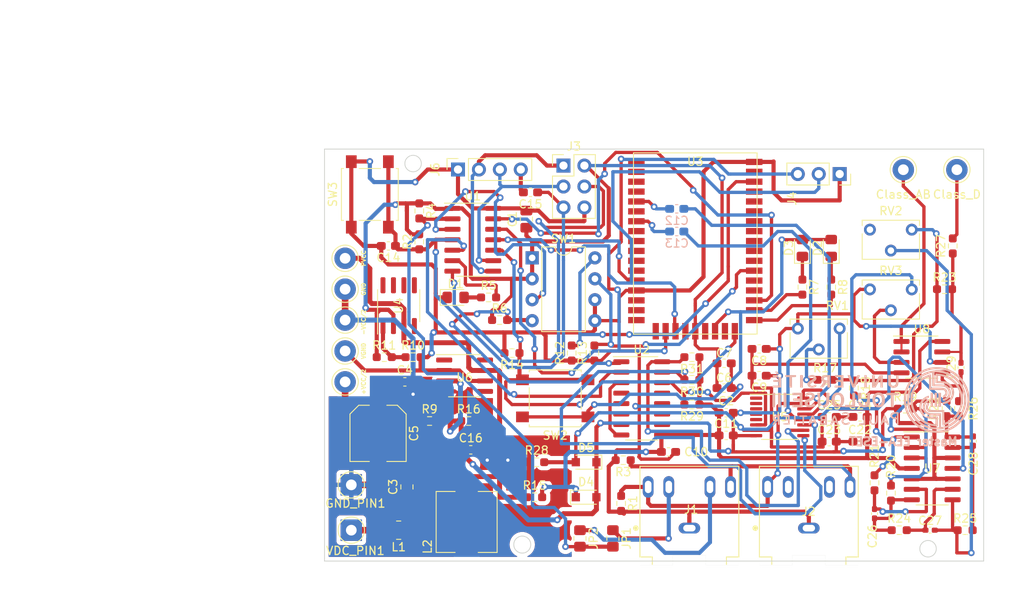
<source format=kicad_pcb>
(kicad_pcb (version 20211014) (generator pcbnew)
  (layers (0 "F.Cu" signal) (31 "B.Cu" signal) (34 "B.Paste" user) (35 "F.Paste" user) (36 "B.SilkS" user "B.Silkscreen") (37 "F.SilkS" user "F.Silkscreen") (38 "B.Mask" user) (39 "F.Mask" user) (44 "Edge.Cuts" user))
  (net 0 "")
  (net 1 "VCC")
  (net 2 "GND1")
  (net 3 "/Filtre_PB_PH/VDD")
  (net 4 "Net-(C3-Pad1)")
  (net 5 "GND")
  (net 6 "/Alimentation/+VCC{slash}2")
  (net 7 "/Filtre_PB_PH/VEE")
  (net 8 "Net-(C12-Pad1)")
  (net 9 "/Interface_Audio/BRCH")
  (net 10 "Net-(C13-Pad1)")
  (net 11 "/Interface_Audio/BLCH")
  (net 12 "/Interface_Audio/RST")
  (net 13 "Net-(C15-Pad2)")
  (net 14 "/Filtre_PB_PH/VSS")
  (net 15 "Net-(C26-Pad1)")
  (net 16 "Net-(C26-Pad2)")
  (net 17 "Net-(C27-Pad1)")
  (net 18 "Net-(C27-Pad2)")
  (net 19 "Net-(C28-Pad1)")
  (net 20 "Net-(C28-Pad2)")
  (net 21 "Net-(C29-Pad1)")
  (net 22 "Net-(R27-Pad1)")
  (net 23 "Net-(D1-Pad2)")
  (net 24 "Net-(D2-Pad1)")
  (net 25 "Net-(D2-Pad2)")
  (net 26 "Net-(D3-Pad1)")
  (net 27 "/Interface_Audio/JRCH")
  (net 28 "/Interface_Audio/JLCH")
  (net 29 "Net-(J1-Pad4)")
  (net 30 "Net-(J1-Pad5)")
  (net 33 "/Interface_Audio/MISO")
  (net 34 "/Interface_Audio/SCK")
  (net 35 "/Interface_Audio/MOSI")
  (net 36 "/Interface_Audio/RX0")
  (net 37 "/Interface_Audio/TX0")
  (net 38 "/Interface_Audio/ADC")
  (net 39 "+VDC")
  (net 40 "Net-(R5-Pad2)")
  (net 41 "/Interface_Audio/CHANNEL_SEL")
  (net 42 "Net-(R7-Pad2)")
  (net 43 "Net-(R8-Pad2)")
  (net 44 "Net-(R10-Pad1)")
  (net 45 "Net-(R12-Pad2)")
  (net 46 "Net-(R13-Pad2)")
  (net 47 "/Interface_Audio/RX_IND")
  (net 48 "/Filtre_PB_PH/FILTER_IN")
  (net 49 "Net-(R17-Pad2)")
  (net 50 "Net-(R18-Pad2)")
  (net 51 "Net-(R19-Pad2)")
  (net 52 "/Filtre_PB_PH/LPF_OUT")
  (net 53 "Net-(R29-Pad2)")
  (net 54 "Net-(R30-Pad2)")
  (net 55 "Net-(R31-Pad2)")
  (net 56 "/Interface_Audio/AUDIO_OUT_MUX_1")
  (net 58 "/Filtre_PB_PH/HPF_OUT")
  (net 59 "/Interface_Audio/MSPK_MODE")
  (net 60 "/Interface_Audio/TRIG")
  (net 61 "/Interface_Audio/TX_IND")
  (net 106 "Net-(U8-Pad3)")
  (footprint "LED_SMD:LED_0805_2012Metric_Pad1.15x1.40mm_HandSolder" (layer "F.Cu") (at 139 78 90)
    (fp_text reference "D3")
    (fp_text value "Green")
  )
  (footprint "Resistor_SMD:R_0603_1608Metric_Pad0.98x0.95mm_HandSolder" (layer "F.Cu") (at 158 97.5 90)
    (fp_text reference "R26")
    (fp_text value "44k")
  )
  (footprint "Resistor_SMD:R_0603_1608Metric_Pad0.98x0.95mm_HandSolder" (layer "F.Cu") (at 156.5 97.5 -90)
    (fp_text reference "R22")
    (fp_text value "27k")
  )
  (footprint "Resistor_SMD:R_0805_2012Metric_Pad1.20x1.40mm_HandSolder" (layer "F.Cu") (at 112 113.25 -90)
    (fp_text reference "JP2")
    (fp_text value "Jumper")
  )
  (footprint "Resistor_SMD:R_0603_1608Metric_Pad0.98x0.95mm_HandSolder" (layer "F.Cu") (at 141.75 94)
    (fp_text reference "R17")
    (fp_text value "92k")
  )
  (footprint "Capacitor_SMD:C_0402_1005Metric_Pad0.74x0.62mm_HandSolder" (layer "F.Cu") (at 158.25 92.5 90)
    (fp_text reference "C29")
    (fp_text value "3.3n")
  )
  (footprint "Resistor_SMD:R_0603_1608Metric_Pad0.98x0.95mm_HandSolder" (layer "F.Cu") (at 92.5 77.25 90)
    (fp_text reference "R2")
    (fp_text value "10K")
  )
  (footprint "Potentiometer_THT:Potentiometer_Bourns_3266W_Vertical" (layer "F.Cu") (at 143.525 87.775)
    (fp_text reference "RV1")
    (fp_text value "Volume")
  )
  (footprint "Package_SO:SOIC-8_3.9x4.9mm_P1.27mm" (layer "F.Cu") (at 90 85 90)
    (fp_text reference "U4")
    (fp_text value "LM317_TO-252")
  )
  (footprint "Package_DIP:DIP-8_W7.62mm" (layer "F.Cu") (at 106.2 79.2)
    (fp_text reference "SW1")
    (fp_text value "SW_DIP_x04")
  )
  (footprint "LED_SMD:LED_0805_2012Metric_Pad1.15x1.40mm_HandSolder" (layer "F.Cu") (at 96.9125 84)
    (fp_text reference "D1")
    (fp_text value "Red")
  )
  (footprint "Capacitor_SMD:C_0603_1608Metric_Pad1.08x0.95mm_HandSolder" (layer "F.Cu") (at 142.25 101.5)
    (fp_text reference "C23")
    (fp_text value "1u")
  )
  (footprint "Resistor_SMD:R_0603_1608Metric_Pad0.98x0.95mm_HandSolder" (layer "F.Cu") (at 106.5 108.25)
    (fp_text reference "R15")
    (fp_text value "220")
  )
  (footprint "Capacitor_SMD:C_0603_1608Metric_Pad1.08x0.95mm_HandSolder" (layer "F.Cu") (at 129.75 100.75)
    (fp_text reference "C11")
    (fp_text value "1uF")
  )
  (footprint "Capacitor_SMD:C_0603_1608Metric_Pad1.08x0.95mm_HandSolder" (layer "F.Cu") (at 98.75 102.5)
    (fp_text reference "C16")
    (fp_text value "0.1uF")
  )
  (footprint "BM64:CUI_SJ1-3525NG" (layer "F.Cu") (at 139.7825 112 90)
    (fp_text reference "J2")
    (fp_text value "JackOut")
    (fp_line (start -4.5 2) (end -4.5 6) (layer "Edge.Cuts") (width 0.01))
    (fp_line (start -4.5 -6) (end -4.5 -2) (layer "Edge.Cuts") (width 0.01))
    (fp_line (start -3.3 -2) (end -3.3 2) (layer "Edge.Cuts") (width 0.01))
    (fp_line (start -4.5 -2) (end -3.3 -2) (layer "Edge.Cuts") (width 0.01))
    (fp_line (start -3.3 2) (end -4.5 2) (layer "Edge.Cuts") (width 0.01))
  )
  (footprint "Package_SO:TSSOP-16_4.4x5mm_P0.65mm" (layer "F.Cu") (at 136.25 98.5)
    (fp_text reference "U5")
    (fp_text value "CD4052B")
  )
  (footprint "Capacitor_SMD:C_0402_1005Metric_Pad0.74x0.62mm_HandSolder" (layer "F.Cu") (at 147.75 110.25 -90)
    (fp_text reference "C26")
    (fp_text value "3.3n")
  )
  (footprint "Resistor_SMD:R_0603_1608Metric_Pad0.98x0.95mm_HandSolder" (layer "F.Cu") (at 125.5875 91.25 180)
    (fp_text reference "R31")
    (fp_text value "100K")
  )
  (footprint "Connector_PinHeader_2.54mm:PinHeader_2x03_P2.54mm_Vertical" (layer "F.Cu") (at 110 68)
    (fp_text reference "J3")
    (fp_text value "AVR-ISP-6")
  )
  (footprint "Resistor_SMD:R_0603_1608Metric_Pad0.98x0.95mm_HandSolder" (layer "F.Cu") (at 151.5 97.5)
    (fp_text reference "R19")
    (fp_text value "56K")
  )
  (footprint "Connector_Pin:Pin_D1.3mm_L11.0mm" (layer "F.Cu") (at 83.5 86.75 180)
    (fp_text reference "TP7")
    (fp_text value "-VCC/2")
  )
  (footprint "Potentiometer_THT:Potentiometer_Bourns_3266W_Vertical" (layer "F.Cu") (at 152.275 83.025)
    (fp_text reference "RV3")
    (fp_text value "10k")
  )
  (footprint "Capacitor_SMD:C_0603_1608Metric_Pad1.08x0.95mm_HandSolder" (layer "F.Cu") (at 90.75 94.25)
    (fp_text reference "C4")
    (fp_text value "1uF")
  )
  (footprint "Connector_Pin:Pin_D1.3mm_L11.0mm" (layer "F.Cu") (at 83.5 94.25 180)
    (fp_text reference "TP5")
    (fp_text value "+VCC/2")
  )
  (footprint "Package_SO:SOIC-16_3.9x9.9mm_P1.27mm" (layer "F.Cu") (at 119.5 96.25)
    (fp_text reference "U2")
    (fp_text value "ULN2003")
  )
  (footprint "Resistor_SMD:R_0603_1608Metric_Pad0.98x0.95mm_HandSolder" (layer "F.Cu") (at 149.75 107.75 -90)
    (fp_text reference "R20")
    (fp_text value "27k")
  )
  (footprint "Resistor_SMD:R_0603_1608Metric_Pad0.98x0.95mm_HandSolder" (layer "F.Cu") (at 117 109 -90)
    (fp_text reference "R1")
    (fp_text value "100K")
  )
  (footprint "Connector_Pin:Pin_D1.3mm_L11.0mm" (layer "F.Cu") (at 84.25 112.25 180)
    (fp_text reference "TP10")
    (fp_text value "VDC_PIN1")
  )
  (footprint "Resistor_SMD:R_0603_1608Metric_Pad0.98x0.95mm_HandSolder" (layer "F.Cu") (at 100.9125 84)
    (fp_text reference "R5")
    (fp_text value "100R")
  )
  (footprint "Capacitor_SMD:C_0603_1608Metric_Pad1.08x0.95mm_HandSolder" (layer "F.Cu") (at 146 101.5)
    (fp_text reference "C22")
    (fp_text value "1u")
  )
  (footprint "Resistor_SMD:R_0603_1608Metric_Pad0.98x0.95mm_HandSolder" (layer "F.Cu") (at 91.75 91.25)
    (fp_text reference "R10")
    (fp_text value "250")
  )
  (footprint "Connector_Pin:Pin_D1.3mm_L11.0mm" (layer "F.Cu") (at 84.25 106.75 180)
    (fp_text reference "TP11")
    (fp_text value "GND_PIN1")
  )
  (footprint "Package_SO:SOIC-8_3.9x4.9mm_P1.27mm" (layer "F.Cu") (at 98 93.5)
    (fp_text reference "U6")
    (fp_text value "OPA551")
  )
  (footprint "Capacitor_SMD:C_0603_1608Metric_Pad1.08x0.95mm_HandSolder" (layer "F.Cu") (at 129.5 95 180)
    (fp_text reference "C6")
    (fp_text value "1uF")
  )
  (footprint "Capacitor_SMD:C_0603_1608Metric_Pad1.08x0.95mm_HandSolder" (layer "F.Cu") (at 142.25 98.5)
    (fp_text reference "C25")
    (fp_text value "100n")
  )
  (footprint "Potentiometer_THT:Potentiometer_Bourns_3266W_Vertical" (layer "F.Cu") (at 152.275 75.775)
    (fp_text reference "RV2")
    (fp_text value "8k")
  )
  (footprint "Capacitor_SMD:C_0402_1005Metric_Pad0.74x0.62mm_HandSolder" (layer "F.Cu") (at 154.5 112.25)
    (fp_text reference "C27")
    (fp_text value "3.3n")
  )
  (footprint "Capacitor_SMD:C_0603_1608Metric_Pad1.08x0.95mm_HandSolder" (layer "F.Cu") (at 88.75 77.75 180)
    (fp_text reference "C14")
    (fp_text value "100n")
  )
  (footprint "LED_SMD:LED_0805_2012Metric_Pad1.15x1.40mm_HandSolder" (layer "F.Cu") (at 142.5 78 90)
    (fp_text reference "D2")
    (fp_text value "Red")
  )
  (footprint "Capacitor_SMD:C_0603_1608Metric_Pad1.08x0.95mm_HandSolder" (layer "F.Cu") (at 133.75 90.25 180)
    (fp_text reference "C8")
    (fp_text value "1uF")
  )
  (footprint "Resistor_SMD:R_0603_1608Metric_Pad0.98x0.95mm_HandSolder" (layer "F.Cu") (at 125.5875 94 180)
    (fp_text reference "R30")
    (fp_text value "100K")
  )
  (footprint "Resistor_SMD:R_0603_1608Metric_Pad0.98x0.95mm_HandSolder" (layer "F.Cu") (at 139 82.75 -90)
    (fp_text reference "R7")
    (fp_text value "100R")
  )
  (footprint "Capacitor_SMD:C_0603_1608Metric_Pad1.08x0.95mm_HandSolder" (layer "F.Cu") (at 129.75 98)
    (fp_text reference "C2")
    (fp_text value "100nF")
  )
  (footprint "Capacitor_SMD:C_0603_1608Metric_Pad1.08x0.95mm_HandSolder" (layer "F.Cu") (at 146 98.5)
    (fp_text reference "C24")
    (fp_text value "100n")
  )
  (footprint "Resistor_SMD:R_0603_1608Metric_Pad0.98x0.95mm_HandSolder" (layer "F.Cu") (at 145.25 95 -90)
    (fp_text reference "R18")
    (fp_text value "27k")
  )
  (footprint "Package_SO:SOIC-8_3.9x4.9mm_P1.27mm" (layer "F.Cu") (at 153.5 91.25)
    (fp_text reference "U8")
    (fp_text value "TL082")
  )
  (footprint "Resistor_SMD:R_0603_1608Metric_Pad0.98x0.95mm_HandSolder" (layer "F.Cu") (at 111 90.75 90)
    (fp_text reference "R12")
    (fp_text value "10k")
  )
  (footprint "Resistor_SMD:R_0603_1608Metric_Pad0.98x0.95mm_HandSolder" (layer "F.Cu") (at 125.5875 97 180)
    (fp_text reference "R29")
    (fp_text value "100K")
  )
  (footprint "Resistor_SMD:R_0603_1608Metric_Pad0.98x0.95mm_HandSolder" (layer "F.Cu") (at 106.75 104)
    (fp_text reference "R28")
    (fp_text value "220")
  )
  (footprint "Resistor_SMD:R_0603_1608Metric_Pad0.98x0.95mm_HandSolder" (layer "F.Cu") (at 102.25 86.75)
    (fp_text reference "R6")
    (fp_text value "100K")
  )
  (footprint "BM64:CUI_SJ1-3525NG" (layer "F.Cu") (at 125.2825 112 90)
    (fp_text reference "J1")
    (fp_text value "SJ1-3525NG")
    (fp_line (start -3.3 2) (end -4.5 2) (layer "Edge.Cuts") (width 0.01))
    (fp_line (start -4.5 -2) (end -3.3 -2) (layer "Edge.Cuts") (width 0.01))
    (fp_line (start -4.5 -6) (end -4.5 -2) (layer "Edge.Cuts") (width 0.01))
    (fp_line (start -4.5 2) (end -4.5 6) (layer "Edge.Cuts") (width 0.01))
    (fp_line (start -3.3 -2) (end -3.3 2) (layer "Edge.Cuts") (width 0.01))
  )
  (footprint "Capacitor_SMD:C_0402_1005Metric_Pad0.74x0.62mm_HandSolder" (layer "F.Cu") (at 159.75 101.4325 90)
    (fp_text reference "C28")
    (fp_text value "3.3n")
  )
  (footprint "Package_SO:SOIC-14_3.9x8.7mm_P1.27mm" (layer "F.Cu") (at 99 77)
    (fp_text reference "U1")
    (fp_text value "ATtiny841-SS")
  )
  (footprint "Diode_SMD:D_SOD-323_HandSoldering" (layer "F.Cu") (at 112.75 108.25)
    (fp_text reference "D4")
    (fp_text value "8.2v")
  )
  (footprint "Capacitor_SMD:C_0603_1608Metric_Pad1.08x0.95mm_HandSolder" (layer "F.Cu") (at 122.75 102.75)
    (fp_text reference "C10")
    (fp_text value "100nF")
  )
  (footprint "Resistor_SMD:R_0603_1608Metric_Pad0.98x0.95mm_HandSolder" (layer "F.Cu") (at 150.75 112.25)
    (fp_text reference "R24")
    (fp_text value "44k")
  )
  (footprint "Button_Switch_SMD:SW_SPST_B3S-1000" (layer "F.Cu") (at 109 96.25 180)
    (fp_text reference "SW2")
    (fp_text value "SW_Push")
  )
  (footprint "Connector_Pin:Pin_D1.3mm_L11.0mm" (layer "F.Cu") (at 151.25 68.5 180)
    (fp_text reference "TP4")
    (fp_text value "Class_AB")
  )
  (footprint "Resistor_SMD:R_0603_1608Metric_Pad0.98x0.95mm_HandSolder" (layer "F.Cu") (at 157.25 77.75 90)
    (fp_text reference "R27")
    (fp_text value "100")
  )
  (footprint "Resistor_SMD:R_0603_1608Metric_Pad0.98x0.95mm_HandSolder" (layer "F.Cu") (at 142.5 82.75 -90)
    (fp_text reference "R8")
    (fp_text value "100R")
  )
  (footprint "Capacitor_SMD:C_0603_1608Metric_Pad1.08x0.95mm_HandSolder" (layer "F.Cu") (at 129.5 92 180)
    (fp_text reference "C7")
    (fp_text value "100nF")
  )
  (footprint "Connector_Pin:Pin_D1.3mm_L11.0mm" (layer "F.Cu") (at 83.5 83)
    (fp_text reference "TP2")
    (fp_text value "GND")
  )
  (footprint "Inductor_SMD:L_7.3x7.3_H4.5" (layer "F.Cu") (at 98.25 111.25 -90)
    (fp_text reference "L2")
    (fp_text value "1mH")
  )
  (footprint "Resistor_SMD:R_0603_1608Metric_Pad0.98x0.95mm_HandSolder" (layer "F.Cu") (at 158.75 112.25)
    (fp_text reference "R25")
    (fp_text value "44k")
  )
  (footprint "Capacitor_SMD:C_0603_1608Metric_Pad1.08x0.95mm_HandSolder" (layer "F.Cu") (at 133.75 93.5 180)
    (fp_text reference "C9")
    (fp_text value "100nF")
  )
  (footprint "Diode_SMD:D_SOD-323_HandSoldering" (layer "F.Cu") (at 112.75 104 180)
    (fp_text reference "D5")
    (fp_text value "8.2v")
  )
  (footprint "Button_Switch_SMD:SW_SPST_B3S-1000" (layer "F.Cu") (at 86.5 71.5 90)
    (fp_text reference "SW3")
    (fp_text value "SW_Push")
  )
  (footprint "Resistor_SMD:R_0603_1608Metric_Pad0.98x0.95mm_HandSolder" (layer "F.Cu") (at 92.5 73.5 -90)
    (fp_text reference "R4")
    (fp_text value "10K")
  )
  (footprint "Capacitor_SMD:C_0603_1608Metric_Pad1.08x0.95mm_HandSolder" (layer "F.Cu") (at 106 71.25 180)
    (fp_text reference "C15")
    (fp_text value "100nF")
  )
  (footprint "Resistor_SMD:R_0603_1608Metric_Pad0.98x0.95mm_HandSolder" (layer "F.Cu") (at 88.25 91.25)
    (fp_text reference "R11")
    (fp_text value "125")
  )
  (footprint "Inductor_SMD:L_1008_2520Metric_Pad1.43x2.20mm_HandSolder" (layer "F.Cu") (at 90 112.25 180)
    (fp_text reference "L1")
    (fp_text value "1uH")
  )
  (footprint "Package_SO:SOIC-14_3.9x8.7mm_P1.27mm" (layer "F.Cu") (at 154.75 104.75)
    (fp_text reference "U7")
    (fp_text value "TL084")
  )
  (footprint "Connector_Pin:Pin_D1.3mm_L11.0mm" (layer "F.Cu") (at 157.75 68.5)
    (fp_text reference "TP3")
    (fp_text value "Class_D")
  )
  (footprint "Resistor_SMD:R_0603_1608Metric_Pad0.98x0.95mm_HandSolder" (layer "F.Cu") (at 103.75 90.75 180)
    (fp_text reference "R14")
    (fp_text value "10K")
  )
  (footprint "Connector_Pin:Pin_D1.3mm_L11.0mm" (layer "F.Cu") (at 83.5 90.5 180)
    (fp_text reference "TP6")
    (fp_text value "VGND")
  )
  (footprint "Connector_PinSocket_2.54mm:PinSocket_1x04_P2.54mm_Vertical" (layer "F.Cu") (at 97.2 68.475 90)
    (fp_text reference "J6")
    (fp_text value "Conn_01x04_Male")
  )
  (footprint "Resistor_SMD:R_0603_1608Metric_Pad0.98x0.95mm_HandSolder" (layer "F.Cu") (at 93.75 99)
    (fp_text reference "R9")
    (fp_text value "22k")
  )
  (footprint "Resistor_SMD:R_0603_1608Metric_Pad0.98x0.95mm_HandSolder" (layer "F.Cu") (at 98.5 99)
    (fp_text reference "R16")
    (fp_text value "22k")
  )
  (footprint "Resistor_SMD:R_0603_1608Metric_Pad0.98x0.95mm_HandSolder" (layer "F.Cu") (at 147.75 106.5 -90)
    (fp_text reference "R21")
    (fp_text value "44k")
  )
  (footprint "Resistor_SMD:R_0805_2012Metric_Pad1.20x1.40mm_HandSolder" (layer "F.Cu") (at 116 113.25 -90)
    (fp_text reference "JP1")
    (fp_text value "Jumper")
  )
  (footprint "BM64:BM64_handsolder" (layer "F.Cu") (at 126 64.955)
    (fp_text reference "U3")
    (fp_text value "BM64SPKS1MC1")
  )
  (footprint "Connector_PinSocket_2.54mm:PinSocket_1x03_P2.54mm_Vertical" (layer "F.Cu") (at 143.525 69.025 -90)
    (fp_text reference "J4")
    (fp_text value "Conn_01x03_Male")
  )
  (footprint "Resistor_SMD:R_0603_1608Metric_Pad0.98x0.95mm_HandSolder" (layer "F.Cu") (at 113.75 90.75 90)
    (fp_text reference "R13")
    (fp_text value "10k")
  )
  (footprint "Capacitor_SMD:C_0805_2012Metric_Pad1.18x1.45mm_HandSolder" (layer "F.Cu") (at 105.5 74.5 90)
    (fp_text reference "C1")
    (fp_text value "10uF")
  )
  (footprint "Capacitor_SMD:C_Elec_6.3x7.7" (layer "F.Cu") (at 87.5 100.5 -90)
    (fp_text reference "C5")
    (fp_text value "100u")
  )
  (footprint "Connector_Pin:Pin_D1.3mm_L11.0mm" (layer "F.Cu") (at 83.5 79.25)
    (fp_text reference "TP1")
    (fp_text value "PVCC")
  )
  (footprint "Resistor_SMD:R_0603_1608Metric_Pad0.98x0.95mm_HandSolder" (layer "F.Cu") (at 156.25 83)
    (fp_text reference "R23")
    (fp_text value "27k")
  )
  (footprint "Resistor_SMD:R_0603_1608Metric_Pad0.98x0.95mm_HandSolder" (layer "F.Cu") (at 117.25 103.75 180)
    (fp_text reference "R3")
    (fp_text value "100K")
  )
  (footprint "Capacitor_SMD:C_0805_2012Metric_Pad1.18x1.45mm_HandSolder" (layer "F.Cu") (at 91 107 90)
    (fp_text reference "C3")
    (fp_text value "10uF")
  )
  (footprint "Capacitor_SMD:C_0603_1608Metric_Pad1.08x0.95mm_HandSolder" (layer "B.Cu") (at 123.75 73.25)
    (fp_text reference "C12")
    (fp_text value "100nF")
  )
  (footprint "Capacitor_SMD:C_0603_1608Metric_Pad1.08x0.95mm_HandSolder" (layer "B.Cu") (at 123.75 76)
    (fp_text reference "C13")
    (fp_text value "100nF")
  )
  (footprint "Logos:UT3" (layer "B.Cu") (at 147.25 96.5 180)
    (fp_text reference "G***")
    (fp_text value "LOGO" hide)
  )
  (gr_circle (center 154.25 114.5) (end 155.25 114.5) (layer "Edge.Cuts") (width 0.1) (fill none))
  (gr_circle (center 105 114) (end 106 114.25) (layer "Edge.Cuts") (width 0.1) (fill none))
  (gr_line (start 81 66) (end 161 66) (layer "Edge.Cuts") (width 0.1))
  (gr_line (start 161 116) (end 161 66) (layer "Edge.Cuts") (width 0.1))
  (gr_circle (center 91.75 67.75) (end 92.75 67.75) (layer "Edge.Cuts") (width 0.1) (fill none))
  (gr_line (start 161 116) (end 81 116) (layer "Edge.Cuts") (width 0.1))
  (gr_line (start 81 116) (end 81 66) (layer "Edge.Cuts") (width 0.1))
  (gr_text "Master EEA-ESET" (at 151.25 101.5) (layer "B.SilkS") (effects (font (size 1 1) (thickness 0.25)) (justify mirror)))
  (segment (start 106.2 77.2) (end 106.2 79.2) (width 0.5) (layer "F.Cu") (net 1))
  (segment (start 126 88.105) (end 126 85) (width 0.4) (layer "F.Cu") (net 1))
  (segment (start 126.5 90.25) (end 128.75 90.25) (width 0.4) (layer "F.Cu") (net 1))
  (segment (start 87.3375 91.25) (end 87.3375 85.9125) (width 0.5) (layer "F.Cu") (net 1))
  (segment (start 87.3375 85.9125) (end 87.75 85.5) (width 0.5) (layer "F.Cu") (net 1))
  (segment (start 88.5 85.5) (end 86.227914 85.5) (width 0.5) (layer "F.Cu") (net 1))
  (segment (start 89.762 72.5875) (end 89.5995 72.75) (width 0.5) (layer "F.Cu") (net 1))
  (segment (start 91.5875 76.3375) (end 91 75.75) (width 0.5) (layer "F.Cu") (net 1))
  (segment (start 115.5 70.75) (end 115.5 76.5) (width 0.5) (layer "F.Cu") (net 1))
  (segment (start 92.5 72.5875) (end 90.8375 72.5875) (width 0.5) (layer "F.Cu") (net 1))
  (segment (start 97.69 73.19) (end 96.525 73.19) (width 0.5) (layer "F.Cu") (net 1))
  (segment (start 92.5 72.5875) (end 93.8375 72.5875) (width 0.5) (layer "F.Cu") (net 1))
  (segment (start 126 84.75) (end 126 84.25) (width 0.4) (layer "F.Cu") (net 1))
  (segment (start 98.75 74.25) (end 97.69 73.19) (width 0.5) (layer "F.Cu") (net 1))
  (segment (start 105.5 76.5) (end 106.2 77.2) (width 0.5) (layer "F.Cu") (net 1))
  (segment (start 91 73.5) (end 91 72.75) (width 0.5) (layer "F.Cu") (net 1))
  (segment (start 112.75 68) (end 115.5 70.75) (width 0.4) (layer "F.Cu") (net 1))
  (segment (start 114.8 77.2) (end 106.2 77.2) (width 0.5) (layer "F.Cu") (net 1))
  (segment (start 129.25 81) (end 129.25 69.5) (width 0.4) (layer "F.Cu") (net 1))
  (segment (start 129 81.25) (end 129.25 81) (width 0.4) (layer "F.Cu") (net 1))
  (segment (start 101.3375 86.75) (end 101.3375 85.6625) (width 0.5) (layer "F.Cu") (net 1))
  (segment (start 102 85.5) (end 103.76 83.74) (width 0.4) (layer "F.Cu") (net 1))
  (segment (start 115.5 76.5) (end 114.8 77.2) (width 0.5) (layer "F.Cu") (net 1))
  (segment (start 98.75 81.5) (end 98.75 74.25) (width 0.5) (layer "F.Cu") (net 1))
  (segment (start 96.465 73.25) (end 96.525 73.19) (width 0.5) (layer "F.Cu") (net 1))
  (segment (start 91 73.5) (end 91 73) (width 0.5) (layer "F.Cu") (net 1))
  (segment (start 91 75.75) (end 91 73.5) (width 0.5) (layer "F.Cu") (net 1))
  (segment (start 103.76 83.74) (end 103.76 81.74) (width 0.5) (layer "F.Cu") (net 1))
  (segment (start 86.227914 85.5) (end 85.988957 85.261043) (width 0.5) (layer "F.Cu") (net 1))
  (segment (start 94.5 73.25) (end 96.465 73.25) (width 0.5) (layer "F.Cu") (net 1))
  (segment (start 87.75 85.5) (end 88.5 85.5) (width 0.5) (layer "F.Cu") (net 1))
  (segment (start 101.3375 85.6625) (end 101.5 85.5) (width 0.5) (layer "F.Cu") (net 1))
  (segment (start 91 72.75) (end 90.8375 72.5875) (width 0.5) (layer "F.Cu") (net 1))
  (segment (start 90.8375 72.5875) (end 89.762 72.5875) (width 0.5) (layer "F.Cu") (net 1))
  (segment (start 112.54 68) (end 112.75 68) (width 0.4) (layer "F.Cu") (net 1))
  (segment (start 128.75 91.8875) (end 128.6375 92) (width 0.4) (layer "F.Cu") (net 1))
  (segment (start 126 88.105) (end 126 89.75) (width 0.4) (layer "F.Cu") (net 1))
  (segment (start 103.76 81.74) (end 98.99 81.74) (width 0.5) (layer "F.Cu") (net 1))
  (segment (start 105.5 75.5375) (end 105.5 76.5) (width 0.5) (layer "F.Cu") (net 1))
  (segment (start 88.5 85.5) (end 88.75 85.5) (width 0.5) (layer "F.Cu") (net 1))
  (segment (start 92.5 76.3375) (end 91.5875 76.3375) (width 0.5) (layer "F.Cu") (net 1))
  (segment (start 128.75 90.25) (end 128.75 91.8875) (width 0.4) (layer "F.Cu") (net 1))
  (segment (start 126 89.75) (end 126.5 90.25) (width 0.4) (layer "F.Cu") (net 1))
  (segment (start 88.75 85.5) (end 89.365 86.115) (width 0.5) (layer "F.Cu") (net 1))
  (segment (start 106.2 81.74) (end 106.2 79.2) (width 0.5) (layer "F.Cu") (net 1))
  (segment (start 126 84.25) (end 129 81.25) (width 0.4) (layer "F.Cu") (net 1))
  (segment (start 128.6375 95) (end 128.6375 92) (width 0.4) (layer "F.Cu") (net 1))
  (segment (start 89.365 86.115) (end 89.365 87.475) (width 0.5) (layer "F.Cu") (net 1))
  (segment (start 101.5 85.5) (end 102 85.5) (width 0.4) (layer "F.Cu") (net 1))
  (segment (start 91.4125 72.5875) (end 92.5 72.5875) (width 0.5) (layer "F.Cu") (net 1))
  (segment (start 98.99 81.74) (end 98.75 81.5) (width 0.5) (layer "F.Cu") (net 1))
  (segment (start 126 85) (end 126 84.75) (width 0.4) (layer "F.Cu") (net 1))
  (segment (start 93.8375 72.5875) (end 94.5 73.25) (width 0.5) (layer "F.Cu") (net 1))
  (segment (start 106.2 81.74) (end 103.76 81.74) (width 0.5) (layer "F.Cu") (net 1))
  (via (at 89.5995 72.75) (size 0.8) (drill 0.4) (layers "F.Cu" "B.Cu") (net 1))
  (via (at 129.25 69.5) (size 0.8) (drill 0.4) (layers "F.Cu" "B.Cu") (net 1))
  (via (at 85.988957 85.261043) (size 0.8) (drill 0.4) (layers "F.Cu" "B.Cu") (net 1))
  (segment (start 127.75 68) (end 112.54 68) (width 0.4) (layer "B.Cu") (net 1))
  (segment (start 88.25 72.75) (end 89.5995 72.75) (width 0.5) (layer "B.Cu") (net 1))
  (segment (start 129.25 69.5) (end 127.75 68) (width 0.4) (layer "B.Cu") (net 1))
  (segment (start 85.988957 75.011043) (end 88.25 72.75) (width 0.5) (layer "B.Cu") (net 1))
  (segment (start 85.988957 85.261043) (end 85.988957 75.011043) (width 0.5) (layer "B.Cu") (net 1))
  (segment (start 97.365 92.865) (end 95.525 92.865) (width 0.5) (layer "F.Cu") (net 2))
  (segment (start 100.475 94.135) (end 98.635 94.135) (width 0.5) (layer "F.Cu") (net 2))
  (segment (start 139.7825 110.5325) (end 139.7825 110.7825) (width 0.5) (layer "F.Cu") (net 2))
  (segment (start 97.2 68.475) (end 97.2 71.45) (width 0.5) (layer "F.Cu") (net 2))
  (segment (start 97.2 68.475) (end 93.525 68.475) (width 0.5) (layer "F.Cu") (net 2))
  (segment (start 115.75 90.5) (end 114.5875 91.6625) (width 0.4) (layer "F.Cu") (net 2))
  (segment (start 119.200489 103.299511) (end 119.150441 103.349559) (width 0.4) (layer "F.Cu") (net 2))
  (segment (start 107.8375 88.6625) (end 107.425 88.25) (width 0.5) (layer "F.Cu") (net 2))
  (segment (start 85.75 77.75) (end 87.8875 77.75) (width 0.5) (layer "F.Cu") (net 2))
  (segment (start 116.3375 103.75) (end 116.25 103.75) (width 0.5) (layer "F.Cu") (net 2))
  (segment (start 93.525 68.475) (end 92 70) (width 0.5) (layer "F.Cu") (net 2))
  (segment (start 107.425 88.25) (end 113.5 88.25) (width 0.5) (layer "F.Cu") (net 2))
  (segment (start 136.475 72.225) (end 135.5 71.25) (width 0.5) (layer "F.Cu") (net 2))
  (segment (start 119.200489 102.5) (end 119.200489 97.299511) (width 0.4) (layer "F.Cu") (net 2))
  (segment (start 127 68.75) (end 128.195 67.555) (width 0.5) (layer "F.Cu") (net 2))
  (segment (start 117.595 83.155) (end 116.75 84) (width 0.4) (layer "F.Cu") (net 2))
  (segment (start 92.6625 91.8375) (end 92.6625 92.1625) (width 0.5) (layer "F.Cu") (net 2))
  (segment (start 119 90.5) (end 115.75 90.5) (width 0.4) (layer "F.Cu") (net 2))
  (segment (start 98.635 94.135) (end 97.365 92.865) (width 0.5) (layer "F.Cu") (net 2))
  (segment (start 122.73798 103.62452) (end 123.6125 102.75) (width 0.4) (layer "F.Cu") (net 2))
  (segment (start 119.425402 103.62452) (end 122.73798 103.62452) (width 0.4) (layer "F.Cu") (net 2))
  (segment (start 113.82 86.82) (end 113.82 84.28) (width 0.5) (layer "F.Cu") (net 2))
  (segment (start 92.6625 91.8375) (end 92.6625 92.8375) (width 0.5) (layer "F.Cu") (net 2))
  (segment (start 111 91.6625) (end 107.8375 91.6625) (width 0.5) (layer "F.Cu") (net 2))
  (segment (start 85.865 92.865) (end 92.635 92.865) (width 0.5) (layer "F.Cu") (net 2))
  (segment (start 84.25 75.475) (end 84.25 76.25) (width 0.5) (layer "F.Cu") (net 2))
  (segment (start 125.345 83.155) (end 127 81.5) (width 0.5) (layer "F.Cu") (net 2))
  (segment (start 119.200489 97.299511) (end 119.200489 90.700489) (width 0.4) (layer "F.Cu") (net 2))
  (segment (start 139.25 110) (end 139.7825 110.5325) (width 0.5) (layer "F.Cu") (net 2))
  (segment (start 106.9625 73.4625) (end 105.5 73.4625) (width 0.5) (layer "F.Cu") (net 2))
  (segment (start 125.2825 112) (end 125.2825 110.7175) (width 0.5) (layer "F.Cu") (net 2))
  (segment (start 102.8375 90.75) (end 102.8375 88.4125) (width 0.5) (layer "F.Cu") (net 2))
  (segment (start 115.5 104.5) (end 115.5 110) (width 0.5) (layer "F.Cu") (net 2))
  (segment (start 143.525 72.225) (end 136.475 72.225) (width 0.5) (layer "F.Cu") (net 2))
  (segment (start 131.287448 95) (end 131.441289 94.846159) (width 0.4) (layer "F.Cu") (net 2))
  (segment (start 112.5 74.75) (end 108.25 74.75) (width 0.5) (layer "F.Cu") (net 2))
  (segment (start 113.75 91.6625) (end 111 91.6625) (width 0.5) (layer "F.Cu") (net 2))
  (segment (start 116.75 84) (end 116.75 87) (width 0.4) (layer "F.Cu") (net 2))
  (segment (start 95.8875 84) (end 94.75 84) (width 0.5) (layer "F.Cu") (net 2))
  (segment (start 119.150441 103.349559) (end 119.425402 103.62452) (width 0.4) (layer "F.Cu") (net 2))
  (segment (start 107.425 88.25) (end 102.675 88.25) (width 0.5) (layer "F.Cu") (net 2))
  (segment (start 86.5 67.5) (end 84.275 67.5) (width 0.5) (layer "F.Cu") (net 2))
  (segment (start 143.525 69.025) (end 143.525 72.225) (width 0.5) (layer "F.Cu") (net 2))
  (segment (start 119.200489 102.5) (end 119.200489 103.299511) (width 0.4) (layer "F.Cu") (net 2))
  (segment (start 116.3375 103.75) (end 116.3375 102.6625) (width 0.4) (layer "F.Cu") (net 2))
  (segment (start 135.5 67.5) (end 135.445 67.555) (width 0.5) (layer "F.Cu") (net 2))
  (segment (start 102.8375 88.4125) (end 102.675 88.25) (width 0.5) (layer "F.Cu") (net 2))
  (segment (start 135.5 71.25) (end 135.5 67.5) (width 0.5) (layer "F.Cu") (net 2))
  (segment (start 87.8875 79.1375) (end 88.75 80) (width 0.5) (layer "F.Cu") (net 2))
  (segment (start 107.8375 91.6625) (end 107.8375 88.6625) (width 0.5) (layer "F.Cu") (net 2))
  (segment (start 94.5 84.25) (end 94.5 83.5) (width 0.5) (layer "F.Cu") (net 2))
  (segment (start 117 109.9125) (end 117.0875 110) (width 0.5) (layer "F.Cu") (net 2))
  (segment (start 130.3625 95) (end 130.3625 92) (width 0.4) (layer "F.Cu") (net 2))
  (segment (start 88.75 80) (end 94 80) (width 0.5) (layer "F.Cu") (net 2))
  (segment (start 113.82 87.93) (end 113.82 86.82) (width 0.5) (layer "F.Cu") (net 2))
  (segment (start 84.25 76.25) (end 85.75 77.75) (width 0.5) (layer "F.Cu") (net 2))
  (segment (start 116.9125 110) (end 117 109.9125) (width 0.5) (layer "F.Cu") (net 2))
  (segment (start 93.365 92.865) (end 95.525 92.865) (width 0.5) (layer "F.Cu") (net 2))
  (segment (start 117.3375 110.25) (end 117 109.9125) (width 0.5) (layer "F.Cu") (net 2))
  (segment (start 93.5 91.25) (end 94 90.75) (width 0.5) (layer "F.Cu") (net 2))
  (segment (start 92.6625 91.25) (end 93.5 91.25) (width 0.5) (layer "F.Cu") (net 2))
  (segment (start 102.675 88.25) (end 94.25 88.25) (width 0.5) (layer "F.Cu") (net 2))
  (segment (start 84.25 67.525) (end 84.25 75.475) (width 0.5) (layer "F.Cu") (net 2))
  (segment (start 113.5 88.25) (end 113.82 87.93) (width 0.5) (layer "F.Cu") (net 2))
  (segment (start 92.6625 91.25) (end 92.6625 91.8375) (width 0.5) (layer "F.Cu") (net 2))
  (segment (start 116.5 102.5) (end 119.200489 102.5) (width 0.4) (layer "F.Cu") (net 2))
  (segment (start 119.200489 90.700489) (end 119 90.5) (width 0.4) (layer "F.Cu") (net 2))
  (segment (start 87.8875 77.75) (end 87.8875 79.1375) (width 0.5) (layer "F.Cu") (net 2))
  (segment (start 130.3625 95) (end 131.287448 95) (width 0.4) (layer "F.Cu") (net 2))
  (segment (start 94.5 80.5) (end 94.5 83.5) (width 0.5) (layer "F.Cu") (net 2))
  (segment (start 101.475 73.19) (end 105.2275 73.19) (width 0.5) (layer "F.Cu") (net 2))
  (segment (start 92.635 92.865) (end 93.365 92.865) (width 0.5) (layer "F.Cu") (net 2))
  (segment (start 118.75 97.2005) (end 118.849011 97.299511) (width 0.4) (layer "F.Cu") (net 2))
  (segment (start 125.2825 110.2825) (end 125.25 110.25) (width 0.5) (layer "F.Cu") (net 2))
  (segment (start 94.5 88) (end 94.5 84.25) (width 0.5) (layer "F.Cu") (net 2))
  (segment (start 94 80) (end 94.5 80.5) (width 0.5) (layer "F.Cu") (net 2))
  (segment (start 128.195 67.555) (end 133.15 67.555) (width 0.5) (layer "F.Cu") (net 2))
  (segment (start 115.5 110) (end 116.9125 110) (width 0.5) (layer "F.Cu") (net 2))
  (segment (start 135.445 67.555) (end 133.15 67.555) (width 0.5) (layer "F.Cu") (net 2))
  (segment (start 84.275 67.5) (end 84.25 67.525) (width 0.5) (layer "F.Cu") (net 2))
  (segment (start 112.54 74.71) (end 112.5 74.75) (width 0.5) (layer "F.Cu") (net 2))
  (segment (start 83.5 90.5) (end 85.865 92.865) (width 0.5) (layer "F.Cu") (net 2))
  (segment (start 116.75 87) (end 116.57 86.82) (width 0.4) (layer "F.Cu") (net 2))
  (segment (start 118.849011 97.299511) (end 119.200489 97.299511) (width 0.4) (layer "F.Cu") (net 2))
  (segment (start 97.2 71.45) (end 98.94 73.19) (width 0.5) (layer "F.Cu") (net 2))
  (segment (start 92.6625 92.8375) (end 92.635 92.865) (width 0.5) (layer "F.Cu") (net 2))
  (segment (start 105.2275 73.19) (end 105.5 73.4625) (width 0.5) (layer "F.Cu") (net 2))
  (segment (start 125.2825 112) (end 125.2825 110.2825) (width 0.5) (layer "F.Cu") (net 2))
  (segment (start 127 81.5) (end 127 68.75) (width 0.5) (layer "F.Cu") (net 2))
  (segment (start 95 84) (end 95.8875 84) (width 0.5) (layer "F.Cu") (net 2))
  (segment (start 116.3375 102.6625) (end 116.5 102.5) (width 0.4) (layer "F.Cu") (net 2))
  (segment (start 108.25 74.75) (end 106.9625 73.4625) (width 0.5) (layer "F.Cu") (net 2))
  (segment (start 114.5875 91.6625) (end 113.75 91.6625) (width 0.4) (layer "F.Cu") (net 2))
  (segment (start 112.54 73.08) (end 112.54 74.71) (width 0.5) (layer "F.Cu") (net 2))
  (segment (start 116.57 86.82) (end 113.82 86.82) (width 0.4) (layer "F.Cu") (net 2))
  (segment (start 139.7825 112) (end 139.7825 110.7825) (width 0.5) (layer "F.Cu") (net 2))
  (segment (start 118.85 83.155) (end 125.345 83.155) (width 0.5) (layer "F.Cu") (net 2))
  (segment (start 116.25 103.75) (end 115.5 104.5) (width 0.5) (layer "F.Cu") (net 2))
  (segment (start 98.94 73.19) (end 101.475 73.19) (width 0.5) (layer "F.Cu") (net 2))
  (segment (start 118.85 83.155) (end 117.595 83.155) (width 0.4) (layer "F.Cu") (net 2))
  (segment (start 117.0875 110) (end 139.25 110) (width 0.5) (layer "F.Cu") (net 2))
  (segment (start 94.25 88.25) (end 94.5 88) (width 0.5) (layer "F.Cu") (net 2))
  (via (at 94.25 88.25) (size 0.8) (drill 0.4) (layers "F.Cu" "B.Cu") (net 2))
  (via (at 92 70) (size 0.8) (drill 0.4) (layers "F.Cu" "B.Cu") (net 2))
  (via (at 131.441289 94.846159) (size 0.8) (drill 0.4) (layers "F.Cu" "B.Cu") (net 2))
  (via (at 118.75 97.2005) (size 0.8) (drill 0.4) (layers "F.Cu" "B.Cu") (net 2))
  (via (at 94 90.75) (size 0.8) (drill 0.4) (layers "F.Cu" "B.Cu") (net 2))
  (via (at 86.5 67.5) (size 0.8) (drill 0.4) (layers "F.Cu" "B.Cu") (net 2))
  (segment (start 131.441289 94.846159) (end 131.441289 95.058711) (width 0.4) (layer "B.Cu") (net 2))
  (segment (start 94 90.75) (end 94 88.5) (width 0.5) (layer "B.Cu") (net 2))
  (segment (start 129.2995 97.2005) (end 118.75 97.2005) (width 0.4) (layer "B.Cu") (net 2))
  (segment (start 131.441289 95.058711) (end 129.2995 97.2005) (width 0.4) (layer "B.Cu") (net 2))
  (segment (start 87 70) (end 86.5 69.5) (width 0.5) (layer "B.Cu") (net 2))
  (segment (start 86.5 69.5) (end 86.5 67.5) (width 0.5) (layer "B.Cu") (net 2))
  (segment (start 92 70) (end 87 70) (width 0.5) (layer "B.Cu") (net 2))
  (segment (start 94 88.5) (end 94.25 88.25) (width 0.5) (layer "B.Cu") (net 2))
  (segment (start 128.8875 103.1375) (end 129.25 103.5) (width 0.5) (layer "F.Cu") (net 3))
  (segment (start 129.25 103.5) (end 147 103.5) (width 0.5) (layer "F.Cu") (net 3))
  (segment (start 121.975 100.695) (end 128.8325 100.695) (width 0.5) (layer "F.Cu") (net 3))
  (segment (start 146.8625 97.6125) (end 146.8625 98.5) (width 0.5) (layer "F.Cu") (net 3))
  (segment (start 107.4125 107.3375) (end 107.75 107) (width 0.5) (layer "F.Cu") (net 3))
  (segment (start 141.25 95.25) (end 142.225 96.225) (width 0.4) (layer "F.Cu") (net 3))
  (segment (start 128.8325 100.695) (end 128.8875 100.75) (width 0.5) (layer "F.Cu") (net 3))
  (segment (start 121.8875 100.7825) (end 121.975 100.695) (width 0.5) (layer "F.Cu") (net 3))
  (segment (start 139.1125 96.225) (end 139.1125 95.3875) (width 0.4) (layer "F.Cu") (net 3))
  (segment (start 146.8625 95.8875) (end 147.25 95.5) (width 0.4) (layer "F.Cu") (net 3))
  (segment (start 146.75 97.5) (end 146.8625 97.6125) (width 0.5) (layer "F.Cu") (net 3))
  (segment (start 126.5 91.25) (end 126.5 97) (width 0.5) (layer "F.Cu") (net 3))
  (segment (start 150.75 104.75) (end 152.275 104.75) (width 0.5) (layer "F.Cu") (net 3))
  (segment (start 153.25 90.5) (end 154.405 89.345) (width 0.4) (layer "F.Cu") (net 3))
  (segment (start 146.8625 101.5) (end 146.8625 103.3625) (width 0.5) (layer "F.Cu") (net 3))
  (segment (start 128.8875 100.75) (end 128.8875 98) (width 0.5) (layer "F.Cu") (net 3))
  (segment (start 149.5 103.5) (end 150.75 104.75) (width 0.5) (layer "F.Cu") (net 3))
  (segment (start 147 103.5) (end 149.5 103.5) (width 0.5) (layer "F.Cu") (net 3))
  (segment (start 152.75 95.5) (end 153.25 95) (width 0.4) (layer "F.Cu") (net 3))
  (segment (start 128.8875 100.75) (end 128.8875 103.1375) (width 0.5) (layer "F.Cu") (net 3))
  (segment (start 120 102.75) (end 121.8875 102.75) (width 0.5) (layer "F.Cu") (net 3))
  (segment (start 147.25 95.5) (end 152.75 95.5) (width 0.4) (layer "F.Cu") (net 3))
  (segment (start 146.8625 103.3625) (end 147 103.5) (width 0.5) (layer "F.Cu") (net 3))
  (segment (start 146.8625 98.5) (end 146.8625 101.5) (width 0.5) (layer "F.Cu") (net 3))
  (segment (start 121.8875 102.75) (end 121.8875 100.7825) (width 0.5) (layer "F.Cu") (net 3))
  (segment (start 139.1125 95.3875) (end 139.25 95.25) (width 0.4) (layer "F.Cu") (net 3))
  (segment (start 111.5 107.25) (end 111.5 108.25) (width 0.5) (layer "F.Cu") (net 3))
  (segment (start 139.25 95.25) (end 141.25 95.25) (width 0.4) (layer "F.Cu") (net 3))
  (segment (start 143.5 97.5) (end 146.75 97.5) (width 0.5) (layer "F.Cu") (net 3))
  (segment (start 142.225 96.225) (end 143.5 97.5) (width 0.5) (layer "F.Cu") (net 3))
  (segment (start 127.8875 97) (end 128.8875 98) (width 0.5) (layer "F.Cu") (net 3))
  (segment (start 126.5 97) (end 127.8875 97) (width 0.5) (layer "F.Cu") (net 3))
  (segment (start 146.8625 98.5) (end 146.8625 95.8875) (width 0.4) (layer "F.Cu") (net 3))
  (segment (start 154.405 89.345) (end 155.975 89.345) (width 0.4) (layer "F.Cu") (net 3))
  (segment (start 107.4125 108.25) (end 107.4125 107.3375) (width 0.5) (layer "F.Cu") (net 3))
  (segment (start 153.25 95) (end 153.25 90.5) (width 0.4) (layer "F.Cu") (net 3))
  (via (at 120 102.75) (size 0.8) (drill 0.4) (layers "F.Cu" "B.Cu") (net 3))
  (via (at 107.75 107) (size 0.8) (drill 0.4) (layers "F.Cu" "B.Cu") (net 3))
  (via (at 111.5 107.25) (size 0.8) (drill 0.4) (layers "F.Cu" "B.Cu") (net 3))
  (segment (start 110.25 107) (end 111.25 107) (width 0.5) (layer "B.Cu") (net 3))
  (segment (start 110.25 103.25) (end 110.75 102.75) (width 0.5) (layer "B.Cu") (net 3))
  (segment (start 111.25 107) (end 111.5 107.25) (width 0.5) (layer "B.Cu") (net 3))
  (segment (start 110.25 107) (end 110.25 103.25) (width 0.5) (layer "B.Cu") (net 3))
  (segment (start 110.75 102.75) (end 120 102.75) (width 0.5) (layer "B.Cu") (net 3))
  (segment (start 107.75 107) (end 110.25 107) (width 0.5) (layer "B.Cu") (net 3))
  (segment (start 91 112.0875) (end 91.1625 112.25) (width 0.8) (layer "F.Cu") (net 4))
  (segment (start 98.25 114.45) (end 98.25 112.75) (width 0.8) (layer "F.Cu") (net 4))
  (segment (start 91 108.0375) (end 91 112.0875) (width 0.8) (layer "F.Cu") (net 4))
  (segment (start 98.25 112.75) (end 97.75 112.25) (width 0.8) (layer "F.Cu") (net 4))
  (segment (start 97.75 112.25) (end 91.1625 112.25) (width 0.8) (layer "F.Cu") (net 4))
  (segment (start 87.5 106.75) (end 87.5 106) (width 0.8) (layer "F.Cu") (net 5))
  (segment (start 93 94.25) (end 93.25 94.5) (width 0.6) (layer "F.Cu") (net 5))
  (segment (start 99.4125 102.3) (end 99.6125 102.5) (width 0.6) (layer "F.Cu") (net 5))
  (segment (start 95.5 106.25) (end 95.2125 105.9625) (width 0.6) (layer "F.Cu") (net 5))
  (segment (start 91 105.9625) (end 87.5375 105.9625) (width 0.8) (layer "F.Cu") (net 5))
  (segment (start 91.6125 94.25) (end 93 94.25) (width 0.6) (layer "F.Cu") (net 5))
  (segment (start 93.155 96.905) (end 93.25 97) (width 0.6) (layer "F.Cu") (net 5))
  (segment (start 99.6125 102.5) (end 99.6125 102.6125) (width 0.6) (layer "F.Cu") (net 5))
  (segment (start 108.75 110) (end 96.5 110) (width 0.6) (layer "F.Cu") (net 5))
  (segment (start 93.155 96.405) (end 93.155 96.905) (width 0.6) (layer "F.Cu") (net 5))
  (segment (start 103.25 103.75) (end 105.5875 103.75) (width 0.6) (layer "F.Cu") (net 5))
  (segment (start 105.5875 103.75) (end 105.8375 104) (width 0.6) (layer "F.Cu") (net 5))
  (segment (start 106.5 106) (end 109.25 106) (width 0.6) (layer "F.Cu") (net 5))
  (segment (start 109.25 109.5) (end 108.75 110) (width 0.6) (layer "F.Cu") (net 5))
  (segment (start 95.5 109) (end 95.5 106.25) (width 0.6) (layer "F.Cu") (net 5))
  (segment (start 93.155 95.405) (end 93.155 96.405) (width 0.6) (layer "F.Cu") (net 5))
  (segment (start 96.5 110) (end 95.5 109) (width 0.6) (layer "F.Cu") (net 5))
  (segment (start 99.6125 102.6125) (end 100.75 103.75) (width 0.6) (layer "F.Cu") (net 5))
  (segment (start 91.6125 94.25) (end 91.6125 95.6125) (width 0.6) (layer "F.Cu") (net 5))
  (segment (start 93.155 95.405) (end 95.525 95.405) (width 0.6) (layer "F.Cu") (net 5))
  (segment (start 93.25 95.31) (end 93.155 95.405) (width 0.6) (layer "F.Cu") (net 5))
  (segment (start 99.4125 97.5875) (end 99.4125 102.3) (width 0.6) (layer "F.Cu") (net 5))
  (segment (start 93.25 97) (end 99.25 97) (width 0.6) (layer "F.Cu") (net 5))
  (segment (start 95.2125 105.9625) (end 91 105.9625) (width 0.6) (layer "F.Cu") (net 5))
  (segment (start 105.8375 104) (end 105.8375 105.3375) (width 0.6) (layer "F.Cu") (net 5))
  (segment (start 84.25 106.75) (end 87.5 106.75) (width 0.8) (layer "F.Cu") (net 5))
  (segment (start 109.25 106) (end 109.25 109.5) (width 0.6) (layer "F.Cu") (net 5))
  (segment (start 99.4125 97.5875) (end 99.4125 97.1625) (width 0.6) (layer "F.Cu") (net 5))
  (segment (start 99.4125 99) (end 99.4125 97.5875) (width 0.6) (layer "F.Cu") (net 5))
  (segment (start 93.155 96.405) (end 93.155 94.405) (width 0.6) (layer "F.Cu") (net 5))
  (segment (start 99.4125 97.1625) (end 99.25 97) (width 0.6) (layer "F.Cu") (net 5))
  (segment (start 87.5375 105.9625) (end 87.5 106) (width 0.8) (layer "F.Cu") (net 5))
  (segment (start 93.155 94.405) (end 93 94.25) (width 0.6) (layer "F.Cu") (net 5))
  (segment (start 105.8375 105.3375) (end 106.5 106) (width 0.6) (layer "F.Cu") (net 5))
  (segment (start 91.6125 95.6125) (end 91.75 95.75) (width 0.6) (layer "F.Cu") (net 5))
  (segment (start 93.25 94.5) (end 93.25 95.31) (width 0.6) (layer "F.Cu") (net 5))
  (segment (start 83.5 86.75) (end 83.5 83) (width 0.8) (layer "F.Cu") (net 5))
  (segment (start 87.5 106) (end 87.5 103.0375) (width 0.8) (layer "F.Cu") (net 5))
  (via (at 103.25 103.75) (size 0.8) (drill 0.4) (layers "F.Cu" "B.Cu") (net 5))
  (via (at 91.75 95.75) (size 0.8) (drill 0.4) (layers "F.Cu" "B.Cu") (net 5))
  (via (at 100.75 103.75) (size 0.8) (drill 0.4) (layers "F.Cu" "B.Cu") (net 5))
  (segment (start 91.75 89) (end 89.5 86.75) (width 0.6) (layer "B.Cu") (net 5))
  (segment (start 100.75 103.75) (end 103.25 103.75) (width 0.6) (layer "B.Cu") (net 5))
  (segment (start 91.75 95.75) (end 91.75 89) (width 0.6) (layer "B.Cu") (net 5))
  (segment (start 89.5 86.75) (end 83.5 86.75) (width 0.6) (layer "B.Cu") (net 5))
  (segment (start 86.5 80.5) (end 86.5 84.5) (width 0.6) (layer "F.Cu") (net 6))
  (segment (start 90.9625 98.9625) (end 90.9625 97.9625) (width 0.8) (layer "F.Cu") (net 6))
  (segment (start 98.5 89.75) (end 98.25 89.5) (width 0.6) (layer "F.Cu") (net 6))
  (segment (start 90.635 89.385) (end 90.635 87.475) (width 0.6) (layer "F.Cu") (net 6))
  (segment (start 91 99) (end 90.9625 98.9625) (width 0.8) (layer "F.Cu") (net 6))
  (segment (start 102.25 105.75) (end 98.25 105.75) (width 0.6) (layer "F.Cu") (net 6))
  (segment (start 102.115 92.865) (end 102.25 93) (width 0.6) (layer "F.Cu") (net 6))
  (segment (start 92.8375 99) (end 91 99) (width 0.8) (layer "F.Cu") (net 6))
  (segment (start 90.75 89.5) (end 90.635 89.385) (width 0.6) (layer "F.Cu") (net 6))
  (segment (start 98.865 92.865) (end 98.5 92.5) (width 0.6) (layer "F.Cu") (net 6))
  (segment (start 87.4625 98) (end 87.5 97.9625) (width 0.8) (layer "F.Cu") (net 6))
  (segment (start 100.475 92.865) (end 102.115 92.865) (width 0.6) (layer "F.Cu") (net 6))
  (segment (start 85.25 79.25) (end 86.5 80.5) (width 0.6) (layer "F.Cu") (net 6))
  (segment (start 89.8875 97.8625) (end 89.7875 97.9625) (width 0.8) (layer "F.Cu") (net 6))
  (segment (start 102.25 108.25) (end 102.25 105.75) (width 0.6) (layer "F.Cu") (net 6))
  (segment (start 90.9625 101.7125) (end 90.9625 98.9625) (width 0.8) (layer "F.Cu") (net 6))
  (segment (start 94.2125 101.7125) (end 90.9625 101.7125) (width 0.8) (layer "F.Cu") (net 6))
  (segment (start 89.7875 97.9625) (end 87.5 97.9625) (width 0.8) (layer "F.Cu") (net 6))
  (segment (start 98.25 105.75) (end 94.2125 101.7125) (width 0.8) (layer "F.Cu") (net 6))
  (segment (start 102.25 93) (end 102.25 105.75) (width 0.6) (layer "F.Cu") (net 6))
  (segment (start 105.5875 108.25) (end 102.25 108.25) (width 0.6) (layer "F.Cu") (net 6))
  (segment (start 98.5 92.5) (end 98.5 89.75) (width 0.6) (layer "F.Cu") (net 6))
  (segment (start 90 84.75) (end 90.635 85.385) (width 0.6) (layer "F.Cu") (net 6))
  (segment (start 90.635 85.385) (end 90.635 87.475) (width 0.6) (layer "F.Cu") (net 6))
  (segment (start 100.475 92.865) (end 98.865 92.865) (width 0.6) (layer "F.Cu") (net 6))
  (segment (start 89.8875 94.25) (end 89.8875 97.8625) (width 0.8) (layer "F.Cu") (net 6))
  (segment (start 83.5 94.25) (end 83.5 98) (width 0.8) (layer "F.Cu") (net 6))
  (segment (start 98.25 89.5) (end 90.75 89.5) (width 0.6) (layer "F.Cu") (net 6))
  (segment (start 98.25 108.05) (end 98.25 105.75) (width 0.8) (layer "F.Cu") (net 6))
  (segment (start 86.5 84.5) (end 86.75 84.75) (width 0.6) (layer "F.Cu") (net 6))
  (segment (start 86.75 84.75) (end 90 84.75) (width 0.6) (layer "F.Cu") (net 6))
  (segment (start 83.5 98) (end 87.4625 98) (width 0.8) (layer "F.Cu") (net 6))
  (segment (start 90.9625 97.9625) (end 89.7875 97.9625) (width 0.8) (layer "F.Cu") (net 6))
  (segment (start 83.5 79.25) (end 85.25 79.25) (width 0.6) (layer "F.Cu") (net 6))
  (segment (start 135.25 95) (end 135.25 101.25) (width 0.4) (layer "F.Cu") (net 7))
  (segment (start 157.225 104.75) (end 158.5 104.75) (width 0.4) (layer "F.Cu") (net 7))
  (segment (start 132.8875 90.25) (end 132.8875 92.1125) (width 0.4) (layer "F.Cu") (net 7))
  (segment (start 111.5 100.75) (end 111.75 100.5) (width 0.4) (layer "F.Cu") (net 7))
  (segment (start 131.875 100.125) (end 133.3875 100.125) (width 0.4) (layer "F.Cu") (net 7))
  (segment (start 135.25 102.15048) (end 141.5 102.15048) (width 0.4) (layer "F.Cu") (net 7))
  (segment (start 133.3875 100.125) (end 135.125 100.125) (width 0.4) (layer "F.Cu") (net 7))
  (segment (start 135.25 100.25) (end 135.25 101.25) (width 0.4) (layer "F.Cu") (net 7))
  (segment (start 141.3875 98.5) (end 141.3875 101.5) (width 0.4) (layer "F.Cu") (net 7))
  (segment (start 147.655 93.155) (end 146.6125 92.1125) (width 0.4) (layer "F.Cu") (net 7))
  (segment (start 131.5 99.75) (end 131.875 100.125) (width 0.4) (layer "F.Cu") (net 7))
  (segment (start 132.8875 92.1125) (end 132.8875 93.5) (width 0.4) (layer "F.Cu") (net 7))
  (segment (start 141.5 102.15048) (end 141.5 101.6125) (width 0.4) (layer "F.Cu") (net 7))
  (segment (start 132.8875 94.8875) (end 133 95) (width 0.4) (layer "F.Cu") (net 7))
  (segment (start 141.5 101.6125) (end 141.3875 101.5) (width 0.4) (layer "F.Cu") (net 7))
  (segment (start 146.6125 92.1125) (end 132.8875 92.1125) (width 0.4) (layer "F.Cu") (net 7))
  (segment (start 150.775 93.155) (end 147.655 93.155) (width 0.4) (layer "F.Cu") (net 7))
  (segment (start 135.25 101.25) (end 135.25 102.15048) (width 0.4) (layer "F.Cu") (net 7))
  (segment (start 111.5 104) (end 111.5 100.75) (width 0.4) (layer "F.Cu") (net 7))
  (segment (start 135.125 100.125) (end 135.25 100.25) (width 0.4) (layer "F.Cu") (net 7))
  (segment (start 132.8875 93.5) (end 132.8875 94.8875) (width 0.4) (layer "F.Cu") (net 7))
  (segment (start 111.5 104) (end 107.6625 104) (width 0.5) (layer "F.Cu") (net 7))
  (segment (start 133 95) (end 135.25 95) (width 0.4) (layer "F.Cu") (net 7))
  (via (at 158.5 104.75) (size 0.8) (drill 0.4) (layers "F.Cu" "B.Cu") (net 7))
  (via (at 111.75 100.5) (size 0.8) (drill 0.4) (layers "F.Cu" "B.Cu") (net 7))
  (via (at 131.5 99.75) (size 0.8) (drill 0.4) (layers "F.Cu" "B.Cu") (net 7))
  (segment (start 131.75 100) (end 134.75 100) (width 0.4) (layer "B.Cu") (net 7))
  (segment (start 149.5 91.75) (end 150 91.25) (width 0.4) (layer "B.Cu") (net 7))
  (segment (start 114.25 98) (end 114.5 98) (width 0.4) (layer "B.Cu") (net 7))
  (segment (start 141.15048 98.59952) (end 142.25 97.5) (width 0.4) (layer "B.Cu") (net 7))
  (segment (start 158.5 99) (end 158.5 104.75) (width 0.4) (layer "B.Cu") (net 7))
  (segment (start 148.13068 97.5) (end 149.5 96.13068) (width 0.4) (layer "B.Cu") (net 7))
  (segment (start 142.25 97.5) (end 148.13068 97.5) (width 0.4) (layer "B.Cu") (net 7))
  (segment (start 129.75 98) (end 131.5 99.75) (width 0.4) (layer "B.Cu") (net 7))
  (segment (start 136.15048 98.59952) (end 141.15048 98.59952) (width 0.4) (layer "B.Cu") (net 7))
  (segment (start 111.75 100.5) (end 114.25 98) (width 0.4) (layer "B.Cu") (net 7))
  (segment (start 134.75 100) (end 136.15048 98.59952) (width 0.4) (layer "B.Cu") (net 7))
  (segment (start 131.5 99.75) (end 131.75 100) (width 0.4) (layer "B.Cu") (net 7))
  (segment (start 114.5 98) (end 129.75 98) (width 0.4) (layer "B.Cu") (net 7))
  (segment (start 150.75 91.25) (end 158.5 99) (width 0.4) (layer "B.Cu") (net 7))
  (segment (start 149.5 96.13068) (end 149.5 91.75) (width 0.4) (layer "B.Cu") (net 7))
  (segment (start 150 91.25) (end 150.75 91.25) (width 0.4) (layer "B.Cu") (net 7))
  (segment (start 118.85 72.355) (end 120.355 72.355) (width 0.4) (layer "F.Cu") (net 8))
  (segment (start 120.355 72.355) (end 121 73) (width 0.4) (layer "F.Cu") (net 8))
  (via (at 121 73) (size 0.8) (drill 0.4) (layers "F.Cu" "B.Cu") (net 8))
  (segment (start 121 73) (end 121.25 73.25) (width 0.4) (layer "B.Cu") (net 8))
  (segment (start 121.25 73.25) (end 122.8875 73.25) (width 0.4) (layer "B.Cu") (net 8))
  (segment (start 140.75 96.681427) (end 140.75 96.25) (width 0.4) (layer "F.Cu") (net 9))
  (segment (start 139.1125 97.525) (end 139.906427 97.525) (width 0.4) (layer "F.Cu") (net 9))
  (segment (start 139.906427 97.525) (end 140.75 96.681427) (width 0.4) (layer "F.Cu") (net 9))
  (via (at 140.75 96.25) (size 0.8) (drill 0.4) (layers "F.Cu" "B.Cu") (net 9))
  (segment (start 140.75 96.25) (end 142.25 94.75) (width 0.4) (layer "B.Cu") (net 9))
  (segment (start 142.25 94.75) (end 142.25 79.25) (width 0.4) (layer "B.Cu") (net 9))
  (segment (start 138.25 75.25) (end 128 75.25) (width 0.4) (layer "B.Cu") (net 9))
  (segment (start 142.25 79.25) (end 138.25 75.25) (width 0.4) (layer "B.Cu") (net 9))
  (segment (start 128 75.25) (end 126 73.25) (width 0.4) (layer "B.Cu") (net 9))
  (segment (start 126 73.25) (end 124.6125 73.25) (width 0.4) (layer "B.Cu") (net 9))
  (segment (start 120.255 74.755) (end 120.75 75.25) (width 0.4) (layer "F.Cu") (net 10))
  (segment (start 118.85 74.755) (end 120.255 74.755) (width 0.4) (layer "F.Cu") (net 10))
  (via (at 120.75 75.25) (size 0.8) (drill 0.4) (layers "F.Cu" "B.Cu") (net 10))
  (segment (start 120.75 75.75) (end 121 76) (width 0.4) (layer "B.Cu") (net 10))
  (segment (start 120.75 75.25) (end 120.75 75.75) (width 0.4) (layer "B.Cu") (net 10))
  (segment (start 121 76) (end 122.8875 76) (width 0.4) (layer "B.Cu") (net 10))
  (segment (start 138.217613 98.825) (end 139.1125 98.825) (width 0.4) (layer "F.Cu") (net 11))
  (segment (start 137.25 97.75) (end 137.25 97.857387) (width 0.4) (layer "F.Cu") (net 11))
  (segment (start 137.25 97.857387) (end 138.217613 98.825) (width 0.4) (layer "F.Cu") (net 11))
  (via (at 137.25 97.75) (size 0.8) (drill 0.4) (layers "F.Cu" "B.Cu") (net 11))
  (segment (start 136 76) (end 137.75 76) (width 0.4) (layer "B.Cu") (net 11))
  (segment (start 137.75 91.40215) (end 137.25 91.90215) (width 0.4) (layer "B.Cu") (net 11))
  (segment (start 134 77.75) (end 134.25 77.75) (width 0.4) (layer "B.Cu") (net 11))
  (segment (start 135.25 76.75) (end 136 76) (width 0.4) (layer "B.Cu") (net 11))
  (segment (start 140 89.15215) (end 137.75 91.40215) (width 0.4) (layer "B.Cu") (net 11))
  (segment (start 134.25 77.75) (end 135.25 76.75) (width 0.4) (layer "B.Cu") (net 11))
  (segment (start 137.25 91.90215) (end 137.25 97.75) (width 0.4) (layer "B.Cu") (net 11))
  (segment (start 137.75 76) (end 140 78.25) (width 0.4) (layer "B.Cu") (net 11))
  (segment (start 140 78.25) (end 140 89.15215) (width 0.4) (layer "B.Cu") (net 11))
  (segment (start 126.3625 77.75) (end 134 77.75) (width 0.4) (layer "B.Cu") (net 11))
  (segment (start 124.6125 76) (end 126.3625 77.75) (width 0.4) (layer "B.Cu") (net 11))
  (segment (start 89.6125 77.75) (end 89.6125 76.3375) (width 0.5) (layer "F.Cu") (net 12))
  (segment (start 89.9125 78.1625) (end 92.5 78.1625) (width 0.5) (layer "F.Cu") (net 12))
  (segment (start 117.870978 81.955) (end 116.75 80.834022) (width 0.4) (layer "F.Cu") (net 12))
  (segment (start 106.8625 71.25) (end 108.17 71.25) (width 0.4) (layer "F.Cu") (net 12))
  (segment (start 93.3375 78.1625) (end 94.5 77) (width 0.5) (layer "F.Cu") (net 12))
  (segment (start 118.85 81.955) (end 117.870978 81.955) (width 0.4) (layer "F.Cu") (net 12))
  (segment (start 89.6125 76.3375) (end 88.75 75.475) (width 0.5) (layer "F.Cu") (net 12))
  (segment (start 89.6125 77.75) (end 89.6125 77.8625) (width 0.5) (layer "F.Cu") (net 12))
  (segment (start 88.75 67.525) (end 88.75 75.475) (width 0.5) (layer "F.Cu") (net 12))
  (segment (start 94.5 77) (end 96.525 77) (width 0.5) (layer "F.Cu") (net 12))
  (segment (start 89.6125 77.8625) (end 89.9125 78.1625) (width 0.5) (layer "F.Cu") (net 12))
  (segment (start 94.5 77) (end 94.5 78.5) (width 0.4) (layer "F.Cu") (net 12))
  (segment (start 116.75 80.834022) (end 116.75 79) (width 0.4) (layer "F.Cu") (net 12))
  (segment (start 108.17 71.25) (end 110 73.08) (width 0.4) (layer "F.Cu") (net 12))
  (segment (start 92.5 78.1625) (end 93.3375 78.1625) (width 0.5) (layer "F.Cu") (net 12))
  (via (at 94.5 78.5) (size 0.8) (drill 0.4) (layers "F.Cu" "B.Cu") (net 12))
  (via (at 116.75 79) (size 0.8) (drill 0.4) (layers "F.Cu" "B.Cu") (net 12))
  (segment (start 110 73.08) (end 110 75) (width 0.4) (layer "B.Cu") (net 12))
  (segment (start 110 77.25) (end 110 78.5) (width 0.4) (layer "B.Cu") (net 12))
  (segment (start 110.09952 77.15048) (end 110 77.25) (width 0.4) (layer "B.Cu") (net 12))
  (segment (start 94.5 78.5) (end 94.5 83.75) (width 0.4) (layer "B.Cu") (net 12))
  (segment (start 94.5 83.75) (end 103.25 92.5) (width 0.4) (layer "B.Cu") (net 12))
  (segment (start 110 75) (end 110 77.25) (width 0.4) (layer "B.Cu") (net 12))
  (segment (start 110 79.5) (end 110 78.25) (width 0.4) (layer "B.Cu") (net 12))
  (segment (start 108.5 92.5) (end 110 91) (width 0.4) (layer "B.Cu") (net 12))
  (segment (start 116.75 79) (end 116.75 77.25) (width 0.4) (layer "B.Cu") (net 12))
  (segment (start 116.75 77.25) (end 116.65048 77.15048) (width 0.4) (layer "B.Cu") (net 12))
  (segment (start 116.65048 77.15048) (end 110.09952 77.15048) (width 0.4) (layer "B.Cu") (net 12))
  (segment (start 103.25 92.5) (end 108.5 92.5) (width 0.4) (layer "B.Cu") (net 12))
  (segment (start 110 91) (end 110 79.5) (width 0.4) (layer "B.Cu") (net 12))
  (segment (start 104.82 70.9325) (end 105.1375 71.25) (width 0.5) (layer "F.Cu") (net 13))
  (segment (start 104.82 68.475) (end 104.82 70.9325) (width 0.5) (layer "F.Cu") (net 13))
  (segment (start 143 102.75) (end 142.75 102.75) (width 0.4) (layer "F.Cu") (net 14))
  (segment (start 109.25 111) (end 110 110.25) (width 0.6) (layer "F.Cu") (net 14))
  (segment (start 113.5 110.25) (end 114 109.75) (width 0.6) (layer "F.Cu") (net 14))
  (segment (start 142.75 102.75) (end 143.9005 102.75) (width 0.4) (layer "F.Cu") (net 14))
  (segment (start 146.75 87.5) (end 146 87.5) (width 0.4) (layer "F.Cu") (net 14))
  (segment (start 143.1125 98.5) (end 145.1375 98.5) (width 0.4) (layer "F.Cu") (net 14))
  (segment (start 148.75 98) (end 149.25 97.5) (width 0.4) (layer "F.Cu") (net 14))
  (segment (start 94.6625 99) (end 96.5 99) (width 0.6) (layer "F.Cu") (net 14))
  (segment (start 157.225 103.48) (end 155.02 103.48) (width 0.5) (layer "F.Cu") (net 14))
  (segment (start 134.6125 93.5) (end 136.25 93.5) (width 0.4) (layer "F.Cu") (net 14))
  (segment (start 97.5875 102.2) (end 97.8875 102.5) (width 0.6) (layer "F.Cu") (net 14))
  (segment (start 146 83) (end 146.025 83.025) (width 0.4) (layer "F.Cu") (net 14))
  (segment (start 97.5875 99) (end 97.5875 102.2) (width 0.6) (layer "F.Cu") (net 14))
  (segment (start 142.75 102.75) (end 131 102.75) (width 0.4) (layer "F.Cu") (net 14))
  (segment (start 150.75 99.25) (end 150.5875 99.0875) (width 0.5) (layer "F.Cu") (net 14))
  (segment (start 138.445 86.055) (end 138.445 87.775) (width 0.4) (layer "F.Cu") (net 14))
  (segment (start 114.5 99.25) (end 115.5 99.25) (width 0.4) (layer "F.Cu") (net 14))
  (segment (start 143.9005 102.75) (end 144 102.6505) (width 0.4) (layer "F.Cu") (net 14))
  (segment (start 130.6125 98) (end 130.6125 100.75) (width 0.4) (layer "F.Cu") (net 14))
  (segment (start 143.1125 101.5) (end 143.1125 102.6375) (width 0.4) (layer "F.Cu") (net 14))
  (segment (start 130.0995 102.75) (end 130 102.6505) (width 0.4) (layer "F.Cu") (net 14))
  (segment (start 115.65048 99.09952) (end 115.65048 97.90048) (width 0.4) (layer "F.Cu") (net 14))
  (segment (start 116.445 100.695) (end 115.65048 99.90048) (width 0.4) (layer "F.Cu") (net 14))
  (segment (start 145.25 86.75) (end 145.25 83.75) (width 0.4) (layer "F.Cu") (net 14))
  (segment (start 155.27 106.02) (end 157.225 106.02) (width 0.5) (layer "F.Cu") (net 14))
  (segment (start 136.975 87.775) (end 138.445 87.775) (width 0.4) (layer "F.Cu") (net 14))
  (segment (start 143.1125 98.5) (end 143.1125 101.5) (width 0.4) (layer "F.Cu") (net 14))
  (segment (start 115.65048 99.90048) (end 115.65048 99.09952) (width 0.4) (layer "F.Cu") (net 14))
  (segment (start 136.25 90.25) (end 136.25 88.5) (width 0.4) (layer "F.Cu") (net 14))
  (segment (start 155.02 103.48) (end 155.02 105.77) (width 0.5) (layer "F.Cu") (net 14))
  (segment (start 97.135 94.135) (end 97.5 94.5) (width 0.6) (layer "F.Cu") (net 14))
  (segment (start 114 104) (end 114 108.25) (width 0.5) (layer "F.Cu") (net 14))
  (segment (start 143.1125 101.5) (end 145.1375 101.5) (width 0.4) (layer "F.Cu") (net 14))
  (segment (start 154.635 91.885) (end 154.5 91.75) (width 0.4) (layer "F.Cu") (net 14))
  (segment (start 134.6125 90.25) (end 136.25 90.25) (width 0.4) (layer "F.Cu") (net 14))
  (segment (start 154.5 99.25) (end 150.75 99.25) (width 0.5) (layer "F.Cu") (net 14))
  (segment (start 138.5 86) (end 138.445 86.055) (width 0.4) (layer "F.Cu") (net 14))
  (segment (start 110 110.25) (end 113.5 110.25) (width 0.6) (layer "F.Cu") (net 14))
  (segment (start 130.6125 102.3625) (end 130.6125 101.8875) (width 0.4) (layer "F.Cu") (net 14))
  (segment (start 146.025 83.025) (end 147.195 83.025) (width 0.4) (layer "F.Cu") (net 14))
  (segment (start 130.6375 100.775) (end 130.6125 100.75) (width 0.4) (layer "F.Cu") (net 14))
  (segment (start 143.1125 102.6375) (end 143 102.75) (width 0.4) (layer "F.Cu") (net 14))
  (segment (start 97.8875 103.1375) (end 99 104.25) (width 0.6) (layer "F.Cu") (net 14))
  (segment (start 115.65048 97.90048) (end 115.65048 95.09952) (width 0.4) (layer "F.Cu") (net 14))
  (segment (start 133.3875 100.775) (end 130.6375 100.775) (width 0.4) (layer "F.Cu") (net 14))
  (segment (start 136.25 88.5) (end 136.975 87.775) (width 0.4) (layer "F.Cu") (net 14))
  (segment (start 130.5 102.75) (end 130.0995 102.75) (width 0.4) (layer "F.Cu") (net 14))
  (segment (start 114 104) (end 114 99.75) (width 0.5) (layer "F.Cu") (net 14))
  (segment (start 155.02 99.77) (end 154.5 99.25) (width 0.5) (layer "F.Cu") (net 14))
  (segment (start 155.975 91.885) (end 154.635 91.885) (width 0.4) (layer "F.Cu") (net 14))
  (segment (start 130.6125 101.8875) (end 130.6125 100.75) (width 0.4) (layer "F.Cu") (net 14))
  (segment (start 145.25 83.75) (end 146 83) (width 0.4) (layer "F.Cu") (net 14))
  (segment (start 114 99.75) (end 114.5 99.25) (width 0.5) (layer "F.Cu") (net 14))
  (segment (start 149.25 97.5) (end 150.5875 97.5) (width 0.4) (layer "F.Cu") (net 14))
  (segment (start 115.65048 95.09952) (end 116.405 94.345) (width 0.4) (layer "F.Cu") (net 14))
  (segment (start 96.25 99.25) (end 96.5 99) (width 0.6) (layer "F.Cu") (net 14))
  (segment (start 117.025 100.695) (end 116.445 100.695) (width 0.4) (layer "F.Cu") (net 14))
  (segment (start 131 102.75) (end 130.5 102.75) (width 0.4) (layer "F.Cu") (net 14))
  (segment (start 136.0495 93.7005) (end 136.25 93.5) (width 0.4) (layer "F.Cu") (net 14))
  (segment (start 114 109.75) (end 114 108.25) (width 0.6) (layer "F.Cu") (net 14))
  (segment (start 146 87.5) (end 145.25 86.75) (width 0.4) (layer "F.Cu") (net 14))
  (segment (start 96.25 100.25) (end 96.25 99.25) (width 0.6) (layer "F.Cu") (net 14))
  (segment (start 152.275 106.02) (end 155.27 106.02) (width 0.5) (layer "F.Cu") (net 14))
  (segment (start 155.02 105.77) (end 155.27 106.02) (width 0.5) (layer "F.Cu") (net 14))
  (segment (start 148.75 102.5) (end 148.75 98) (width 0.4) (layer "F.Cu") (net 14))
  (segment (start 130.6125 101.8875) (end 130.6125 102.6375) (width 0.4) (layer "F.Cu") (net 14))
  (segment (start 95.525 94.135) (end 97.135 94.135) (width 0.6) (layer "F.Cu") (net 14))
  (segment (start 150.5875 99.0875) (end 150.5875 97.5) (width 0.5) (layer "F.Cu") (net 14))
  (segment (start 130.6125 102.6375) (end 130.5 102.75) (width 0.4) (layer "F.Cu") (net 14))
  (segment (start 130.6125 98) (end 131.5 98) (width 0.4) (layer "F.Cu") (net 14))
  (segment (start 116.405 94.345) (end 117.025 94.345) (width 0.4) (layer "F.Cu") (net 14))
  (segment (start 97.8875 102.5) (end 97.8875 103.1375) (width 0.6) (layer "F.Cu") (net 14))
  (segment (start 96.5 99) (end 97.5875 99) (width 0.6) (layer "F.Cu") (net 14))
  (segment (start 145 86) (end 138.5 86) (width 0.4) (layer "F.Cu") (net 14))
  (segment (start 115.5 99.25) (end 115.65048 99.09952) (width 0.4) (layer "F.Cu") (net 14))
  (segment (start 155.02 103.48) (end 155.02 99.77) (width 0.5) (layer "F.Cu") (net 14))
  (via (at 97.5 94.5) (size 0.8) (drill 0.4) (layers "F.Cu" "B.Cu") (net 14))
  (via (at 146.75 87.5) (size 0.8) (drill 0.4) (layers "F.Cu" "B.Cu") (net 14))
  (via (at 99 104.25) (size 0.8) (drill 0.4) (layers "F.Cu" "B.Cu") (net 14))
  (via (at 131.5 98) (size 0.8) (drill 0.4) (layers "F.Cu" "B.Cu") (net 14))
  (via (at 136.25 90.25) (size 0.8) (drill 0.4) (layers "F.Cu" "B.Cu") (net 14))
  (via (at 114.5 99.25) (size 0.8) (drill 0.4) (layers "F.Cu" "B.Cu") (net 14))
  (via (at 136.25 93.5) (size 0.8) (drill 0.4) (layers "F.Cu" "B.Cu") (net 14))
  (via (at 144 102.6505) (size 0.8) (drill 0.4) (layers "F.Cu" "B.Cu") (net 14))
  (via (at 148.75 102.5) (size 0.8) (drill 0.4) (layers "F.Cu" "B.Cu") (net 14))
  (via (at 109.25 111) (size 0.8) (drill 0.4) (layers "F.Cu" "B.Cu") (net 14))
  (via (at 96.25 100.25) (size 0.8) (drill 0.4) (layers "F.Cu" "B.Cu") (net 14))
  (via (at 154.5 91.75) (size 0.8) (drill 0.4) (layers "F.Cu" "B.Cu") (net 14))
  (via (at 130 102.6505) (size 0.8) (drill 0.4) (layers "F.Cu" "B.Cu") (net 14))
  (segment (start 105.75 111) (end 109.25 111) (width 0.6) (layer "B.Cu") (net 14))
  (segment (start 136.25 97.7995) (end 136.0495 98) (width 0.4) (layer "B.Cu") (net 14))
  (segment (start 144 102.6505) (end 148.5995 102.6505) (width 0.4) (layer "B.Cu") (net 14))
  (segment (start 127.5 99.25) (end 114.5 99.25) (width 0.4) (layer "B.Cu") (net 14))
  (segment (start 97.5 99) (end 96.25 100.25) (width 0.6) (layer "B.Cu") (net 14))
  (segment (start 148.5995 102.6505) (end 148.75 102.5) (width 0.4) (layer "B.Cu") (net 14))
  (segment (start 131.5 98) (end 136.0495 98) (width 0.4) (layer "B.Cu") (net 14))
  (segment (start 154.5 91.75) (end 154.5 88.25) (width 0.4) (layer "B.Cu") (net 14))
  (segment (start 149.75 87.5) (end 146.75 87.5) (width 0.4) (layer "B.Cu") (net 14))
  (segment (start 127.75 102.5) (end 127.75 99.5) (width 0.4) (layer "B.Cu") (net 14))
  (segment (start 154.5 88.25) (end 153.75 87.5) (width 0.4) (layer "B.Cu") (net 14))
  (segment (start 127.75 99.5) (end 127.5 99.25) (width 0.4) (layer "B.Cu") (net 14))
  (segment (start 127.9005 102.6505) (end 127.75 102.5) (width 0.4) (layer "B.Cu") (net 14))
  (segment (start 136.25 93.5) (end 136.25 90.25) (width 0.4) (layer "B.Cu") (net 14))
  (segment (start 130 102.6505) (end 127.9005 102.6505) (width 0.4) (layer "B.Cu") (net 14))
  (segment (start 97.5 94.5) (end 97.5 99) (width 0.6) (layer "B.Cu") (net 14))
  (segment (start 99 104.25) (end 105.75 111) (width 0.6) (layer "B.Cu") (net 14))
  (segment (start 136.25 93.5) (end 136.25 97.7995) (width 0.4) (layer "B.Cu") (net 14))
  (segment (start 153.75 87.5) (end 149.75 87.5) (width 0.4) (layer "B.Cu") (net 14))
  (segment (start 152.275 107.29) (end 154.04 107.29) (width 0.4) (layer "F.Cu") (net 15))
  (segment (start 147.75 107.4125) (end 147.75 109.6825) (width 0.4) (layer "F.Cu") (net 15))
  (segment (start 148.4325 109.6825) (end 147.75 109.6825) (width 0.4) (layer "F.Cu") (net 15))
  (segment (start 154 110) (end 151.5 110) (width 0.4) (layer "F.Cu") (net 15))
  (segment (start 154.04 107.29) (end 154.04 109.96) (width 0.4) (layer "F.Cu") (net 15))
  (segment (start 154.04 109.96) (end 154 110) (width 0.4) (layer "F.Cu") (net 15))
  (segment (start 148.75 110) (end 148.4325 109.6825) (width 0.4) (layer "F.Cu") (net 15))
  (via (at 151.5 110) (size 0.8) (drill 0.4) (layers "F.Cu" "B.Cu") (net 15))
  (via (at 148.75 110) (size 0.8) (drill 0.4) (layers "F.Cu" "B.Cu") (net 15))
  (segment (start 151.5 110) (end 148.75 110) (width 0.4) (layer "B.Cu") (net 15))
  (segment (start 149.75 110.5) (end 149.75 108.6625) (width 0.4) (layer "F.Cu") (net 16))
  (segment (start 152.275 108.56) (end 149.8525 108.56) (width 0.4) (layer "F.Cu") (net 16))
  (segment (start 148 112.25) (end 149.8375 112.25) (width 0.4) (layer "F.Cu") (net 16))
  (segment (start 147.75 112) (end 148 112.25) (width 0.4) (layer "F.Cu") (net 16))
  (segment (start 149.4325 110.8175) (end 149.75 110.5) (width 0.4) (layer "F.Cu") (net 16))
  (segment (start 147.75 110.8175) (end 147.75 112) (width 0.4) (layer "F.Cu") (net 16))
  (segment (start 147.75 110.8175) (end 149.4325 110.8175) (width 0.4) (layer "F.Cu") (net 16))
  (segment (start 149.8525 108.56) (end 149.75 108.6625) (width 0.4) (layer "F.Cu") (net 16))
  (segment (start 155.21 107.29) (end 157.225 107.29) (width 0.4) (layer "F.Cu") (net 17))
  (segment (start 151.6625 112.25) (end 153.9325 112.25) (width 0.4) (layer "F.Cu") (net 17))
  (segment (start 153.9325 112.25) (end 153.9325 111.3175) (width 0.4) (layer "F.Cu") (net 17))
  (segment (start 155 107.5) (end 155.21 107.29) (width 0.4) (layer "F.Cu") (net 17))
  (segment (start 155 110.25) (end 155 107.5) (width 0.4) (layer "F.Cu") (net 17))
  (segment (start 153.9325 111.3175) (end 155 110.25) (width 0.4) (layer "F.Cu") (net 17))
  (segment (start 157.225 112.225) (end 157.25 112.25) (width 0.4) (layer "F.Cu") (net 18))
  (segment (start 159.5 115) (end 157.75 115) (width 0.4) (layer "F.Cu") (net 18))
  (segment (start 157.225 108.56) (end 157.225 112.225) (width 0.4) (layer "F.Cu") (net 18))
  (segment (start 157.75 112.3375) (end 157.8375 112.25) (width 0.4) (layer "F.Cu") (net 18))
  (segment (start 157.75 115) (end 157.75 112.3375) (width 0.4) (layer "F.Cu") (net 18))
  (segment (start 157.25 112.25) (end 157.8375 112.25) (width 0.4) (layer "F.Cu") (net 18))
  (segment (start 155.0675 112.25) (end 157.25 112.25) (width 0.4) (layer "F.Cu") (net 18))
  (via (at 159.5 115) (size 0.8) (drill 0.4) (layers "F.Cu" "B.Cu") (net 18))
  (segment (start 156.565 85.565) (end 159.5 88.5) (width 0.4) (layer "B.Cu") (net 18))
  (segment (start 154.065 78.315) (end 156.565 80.815) (width 0.4) (layer "B.Cu") (net 18))
  (segment (start 156.565 80.815) (end 156.565 85.565) (width 0.4) (layer "B.Cu") (net 18))
  (segment (start 149.735 78.315) (end 154.065 78.315) (width 0.4) (layer "B.Cu") (net 18))
  (segment (start 159.5 88.5) (end 159.5 115) (width 0.4) (layer "B.Cu") (net 18))
  (segment (start 159.6625 102.0875) (end 159.75 102) (width 0.4) (layer "F.Cu") (net 19))
  (segment (start 159.54 102.21) (end 159.75 102) (width 0.4) (layer "F.Cu") (net 19))
  (segment (start 157.225 102.21) (end 159.54 102.21) (width 0.4) (layer "F.Cu") (net 19))
  (segment (start 159.6625 112.25) (end 159.6625 102.0875) (width 0.4) (layer "F.Cu") (net 19))
  (segment (start 157.225 100.94) (end 159.675 100.94) (width 0.4) (layer "F.Cu") (net 20))
  (segment (start 156.5 98.4125) (end 158 98.4125) (width 0.4) (layer "F.Cu") (net 20))
  (segment (start 159.675 100.94) (end 159.75 100.865) (width 0.4) (layer "F.Cu") (net 20))
  (segment (start 156.5 100.88) (end 156.5 98.4125) (width 0.4) (layer "F.Cu") (net 20))
  (segment (start 157.225 100.94) (end 156.56 100.94) (width 0.4) (layer "F.Cu") (net 20))
  (segment (start 156.56 100.94) (end 156.5 100.88) (width 0.4) (layer "F.Cu") (net 20))
  (segment (start 156.75 94.75) (end 155.975 93.975) (width 0.4) (layer "F.Cu") (net 21))
  (segment (start 157.25 94.75) (end 156.75 94.75) (width 0.4) (layer "F.Cu") (net 21))
  (segment (start 158.25 93.0675) (end 158.25 94.75) (width 0.4) (layer "F.Cu") (net 21))
  (segment (start 157.25 94.75) (end 158.25 94.75) (width 0.4) (layer "F.Cu") (net 21))
  (segment (start 155.975 93.155) (end 155.975 93.975) (width 0.4) (layer "F.Cu") (net 21))
  (segment (start 158.25 96.3375) (end 158 96.5875) (width 0.4) (layer "F.Cu") (net 21))
  (segment (start 158.25 94.75) (end 158.25 96.3375) (width 0.4) (layer "F.Cu") (net 21))
  (segment (start 155.975 90.615) (end 158.115 90.615) (width 0.25) (layer "F.Cu") (net 22))
  (segment (start 158.115 90.615) (end 158.25 90.75) (width 0.25) (layer "F.Cu") (net 22))
  (segment (start 158.25 87.25) (end 157.1625 86.1625) (width 0.4) (layer "F.Cu") (net 22))
  (segment (start 158.2025 91.885) (end 158.25 91.9325) (width 0.4) (layer "F.Cu") (net 22))
  (segment (start 157.25 78.6625) (end 157.25 82.9125) (width 0.4) (layer "F.Cu") (net 22))
  (segment (start 157.25 82.9125) (end 157.1625 83) (width 0.4) (layer "F.Cu") (net 22))
  (segment (start 157.1625 86.1625) (end 157.1625 83) (width 0.4) (layer "F.Cu") (net 22))
  (segment (start 158.25 90.75) (end 158.25 87.25) (width 0.4) (layer "F.Cu") (net 22))
  (segment (start 158.25 91.9325) (end 158.25 90.75) (width 0.4) (layer "F.Cu") (net 22))
  (segment (start 97.9375 84) (end 100 84) (width 0.5) (layer "F.Cu") (net 23))
  (segment (start 142.5 79.025) (end 142.5 81.8375) (width 0.4) (layer "F.Cu") (net 24))
  (segment (start 139 76.975) (end 142.5 76.975) (width 0.4) (layer "F.Cu") (net 25))
  (segment (start 128.4 87.35) (end 128.4 88.105) (width 0.4) (layer "F.Cu") (net 25))
  (segment (start 112.975 98.5) (end 105.025 98.5) (width 0.4) (layer "F.Cu") (net 25))
  (segment (start 136.5 77) (end 138.975 77) (width 0.4) (layer "F.Cu") (net 25))
  (segment (start 130 85.75) (end 128.4 87.35) (width 0.4) (layer "F.Cu") (net 25))
  (segment (start 112.975 97.775) (end 113.75 97) (width 0.4) (layer "F.Cu") (net 25))
  (segment (start 138.975 77) (end 139 76.975) (width 0.4) (layer "F.Cu") (net 25))
  (segment (start 112.975 98.5) (end 112.975 97.775) (width 0.4) (layer "F.Cu") (net 25))
  (via (at 130 85.75) (size 0.8) (drill 0.4) (layers "F.Cu" "B.Cu") (net 25))
  (via (at 136.5 77) (size 0.8) (drill 0.4) (layers "F.Cu" "B.Cu") (net 25))
  (via (at 113.75 97) (size 0.8) (drill 0.4) (layers "F.Cu" "B.Cu") (net 25))
  (segment (start 134.25 85.75) (end 135.5 84.5) (width 0.4) (layer "B.Cu") (net 25))
  (segment (start 131.5 93) (end 131.5 85.75) (width 0.4) (layer "B.Cu") (net 25))
  (segment (start 135.5 84.5) (end 136.5 83.5) (width 0.4) (layer "B.Cu") (net 25))
  (segment (start 118 95.75) (end 123.75 95.75) (width 0.4) (layer "B.Cu") (net 25))
  (segment (start 131.5 85.75) (end 134.25 85.75) (width 0.4) (layer "B.Cu") (net 25))
  (segment (start 130 85.75) (end 131.5 85.75) (width 0.4) (layer "B.Cu") (net 25))
  (segment (start 123.75 95.75) (end 124.299511 96.299511) (width 0.4) (layer "B.Cu") (net 25))
  (segment (start 116.75 97) (end 118 95.75) (width 0.4) (layer "B.Cu") (net 25))
  (segment (start 113.75 97) (end 116.75 97) (width 0.4) (layer "B.Cu") (net 25))
  (segment (start 128.200489 96.299511) (end 131.5 93) (width 0.4) (layer "B.Cu") (net 25))
  (segment (start 136.5 83.5) (end 136.5 77) (width 0.4) (layer "B.Cu") (net 25))
  (segment (start 124.299511 96.299511) (end 128.200489 96.299511) (width 0.4) (layer "B.Cu") (net 25))
  (segment (start 139 81.8375) (end 139 79.025) (width 0.4) (layer "F.Cu") (net 26))
  (segment (start 130.2825 107) (end 130.2825 104.7175) (width 0.5) (layer "F.Cu") (net 27))
  (segment (start 144.7825 104.7825) (end 144.7825 107) (width 0.5) (layer "F.Cu") (net 27))
  (segment (start 144.5 104.5) (end 144.7825 104.7825) (width 0.5) (layer "F.Cu") (net 27))
  (segment (start 130.5 104.5) (end 144.5 104.5) (width 0.5) (layer "F.Cu") (net 27))
  (segment (start 118.1625 104.4125) (end 118.25 104.5) (width 0.5) (layer "F.Cu") (net 27))
  (segment (start 118.25 104.5) (end 130.5 104.5) (width 0.5) (layer "F.Cu") (net 27))
  (segment (start 140.475 99.475) (end 140.5 99.5) (width 0.4) (layer "F.Cu") (net 27))
  (segment (start 139.1125 99.475) (end 140.475 99.475) (width 0.4) (layer "F.Cu") (net 27))
  (segment (start 118.1625 103.75) (end 118.1625 104.4125) (width 0.5) (layer "F.Cu") (net 27))
  (via (at 140.5 99.5) (size 0.8) (drill 0.4) (layers "F.Cu" "B.Cu") (net 27))
  (segment (start 144.7825 105.5325) (end 144.7825 107) (width 0.4) (layer "B.Cu") (net 27))
  (segment (start 143.75 104.5) (end 144.7825 105.5325) (width 0.4) (layer "B.Cu") (net 27))
  (segment (start 140.5 99.5) (end 140.5 104.5) (width 0.4) (layer "B.Cu") (net 27))
  (segment (start 140.5 104.5) (end 143.75 104.5) (width 0.4) (layer "B.Cu") (net 27))
  (segment (start 117 108.0875) (end 117 107.5) (width 0.5) (layer "F.Cu") (net 28))
  (segment (start 134.75 109.30048) (end 134.7825 109.26798) (width 0.5) (layer "F.Cu") (net 28))
  (segment (start 120.61548 109.30048) (end 134.75 109.30048) (width 0.5) (layer "F.Cu") (net 28))
  (segment (start 120.2825 108.9675) (end 120.61548 109.30048) (width 0.5) (layer "F.Cu") (net 28))
  (segment (start 120.2825 107) (end 120.2825 108.9675) (width 0.5) (layer "F.Cu") (net 28))
  (segment (start 139.1125 96.875) (end 136.375 96.875) (width 0.4) (layer "F.Cu") (net 28))
  (segment (start 136.0495 97.2005) (end 136.0495 100.7005) (width 0.4) (layer "F.Cu") (net 28))
  (segment (start 134.7825 106.567) (end 136 105.3495) (width 0.4) (layer "F.Cu") (net 28))
  (segment (start 117 107.5) (end 117.5 107) (width 0.5) (layer "F.Cu") (net 28))
  (segment (start 134.7825 109.26798) (end 134.7825 107) (width 0.5) (layer "F.Cu") (net 28))
  (segment (start 136.375 96.875) (end 136.0495 97.2005) (width 0.4) (layer "F.Cu") (net 28))
  (segment (start 134.7825 107) (end 134.7825 106.567) (width 0.4) (layer "F.Cu") (net 28))
  (segment (start 117.5 107) (end 120.2825 107) (width 0.5) (layer "F.Cu") (net 28))
  (via (at 136 105.3495) (size 0.8) (drill 0.4) (layers "F.Cu" "B.Cu") (net 28))
  (via (at 136.0495 100.7005) (size 0.8) (drill 0.4) (layers "F.Cu" "B.Cu") (net 28))
  (segment (start 136 105.3495) (end 136 100.75) (width 0.4) (layer "B.Cu") (net 28))
  (segment (start 136 100.75) (end 136.0495 100.7005) (width 0.4) (layer "B.Cu") (net 28))
  (segment (start 112 112.25) (end 113.75 112.25) (width 0.5) (layer "F.Cu") (net 29))
  (via (at 113.75 112.25) (size 0.8) (drill 0.4) (layers "F.Cu" "B.Cu") (net 29))
  (segment (start 113.75 112.25) (end 114.900479 113.400479) (width 0.5) (layer "B.Cu") (net 29))
  (segment (start 126.5 115) (end 127.7825 113.7175) (width 0.5) (layer "B.Cu") (net 29))
  (segment (start 120.737938 113.400479) (end 122.337459 115) (width 0.5) (layer "B.Cu") (net 29))
  (segment (start 127.7825 113.7175) (end 127.7825 107) (width 0.5) (layer "B.Cu") (net 29))
  (segment (start 122.337459 115) (end 126.5 115) (width 0.5) (layer "B.Cu") (net 29))
  (segment (start 114.900479 113.400479) (end 120.737938 113.400479) (width 0.5) (layer "B.Cu") (net 29))
  (segment (start 117 113.25) (end 122.75 113.25) (width 0.5) (layer "F.Cu") (net 30))
  (segment (start 116 112.25) (end 117 113.25) (width 0.5) (layer "F.Cu") (net 30))
  (via (at 122.75 113.25) (size 0.8) (drill 0.4) (layers "F.Cu" "B.Cu") (net 30))
  (segment (start 122.75 113.25) (end 122.7825 113.2175) (width 0.5) (layer "B.Cu") (net 30))
  (segment (start 122.7825 113.2175) (end 122.7825 107) (width 0.5) (layer "B.Cu") (net 30))
  (segment (start 101.475 80.81) (end 100.06 80.81) (width 0.4) (layer "F.Cu") (net 33))
  (segment (start 99.74 67.51) (end 100.5 66.75) (width 0.5) (layer "F.Cu") (net 33))
  (segment (start 106.75 66.75) (end 108 68) (width 0.5) (layer "F.Cu") (net 33))
  (segment (start 100.06 80.81) (end 100 80.75) (width 0.4) (layer "F.Cu") (net 33))
  (segment (start 108 68) (end 110 68) (width 0.5) (layer "F.Cu") (net 33))
  (segment (start 99.74 68.475) (end 99.74 67.51) (width 0.5) (layer "F.Cu") (net 33))
  (segment (start 100.5 66.75) (end 106.75 66.75) (width 0.5) (layer "F.Cu") (net 33))
  (via (at 100 80.75) (size 0.8) (drill 0.4) (layers "F.Cu" "B.Cu") (net 33))
  (segment (start 99.86932 80.75) (end 98.950489 79.831169) (width 0.4) (layer "B.Cu") (net 33))
  (segment (start 98.950489 69.264511) (end 99.74 68.475) (width 0.4) (layer "B.Cu") (net 33))
  (segment (start 100 80.75) (end 99.86932 80.75) (width 0.4) (layer "B.Cu") (net 33))
  (segment (start 98.950489 79.831169) (end 98.950489 69.264511) (width 0.4) (layer "B.Cu") (net 33))
  (segment (start 101.435 79.5) (end 101.475 79.54) (width 0.4) (layer "F.Cu") (net 34))
  (segment (start 99.75 79.5) (end 101.435 79.5) (width 0.4) (layer "F.Cu") (net 34))
  (via (at 99.75 79.5) (size 0.8) (drill 0.4) (layers "F.Cu" "B.Cu") (net 34))
  (segment (start 102.54 70.54) (end 110 70.54) (width 0.4) (layer "B.Cu") (net 34))
  (segment (start 99.75 73.33) (end 99.75 79.5) (width 0.4) (layer "B.Cu") (net 34))
  (segment (start 102.28 70.28) (end 102.54 70.54) (width 0.4) (layer "B.Cu") (net 34))
  (segment (start 102.28 68.475) (end 102.28 70.28) (width 0.4) (layer "B.Cu") (net 34))
  (segment (start 102.54 70.54) (end 99.75 73.33) (width 0.4) (layer "B.Cu") (net 34))
  (segment (start 114.29 70.54) (end 112.54 70.54) (width 0.4) (layer "F.Cu") (net 35))
  (segment (start 96.525 80.81) (end 96.525 82.025) (width 0.4) (layer "F.Cu") (net 35))
  (segment (start 96.525 82.025) (end 96.75 82.25) (width 0.4) (layer "F.Cu") (net 35))
  (segment (start 114.85048 75.14952) (end 114.85048 71.10048) (width 0.4) (layer "F.Cu") (net 35))
  (segment (start 114.5 75.5) (end 114.85048 75.14952) (width 0.4) (layer "F.Cu") (net 35))
  (segment (start 114.85048 71.10048) (end 114.29 70.54) (width 0.4) (layer "F.Cu") (net 35))
  (segment (start 107 74.75) (end 107.75 75.5) (width 0.4) (layer "F.Cu") (net 35))
  (segment (start 107.75 75.5) (end 114.5 75.5) (width 0.4) (layer "F.Cu") (net 35))
  (via (at 107 74.75) (size 0.8) (drill 0.4) (layers "F.Cu" "B.Cu") (net 35))
  (via (at 96.75 82.25) (size 0.8) (drill 0.4) (layers "F.Cu" "B.Cu") (net 35))
  (segment (start 108.40215 91.75) (end 103.5 91.75) (width 0.4) (layer "B.Cu") (net 35))
  (segment (start 103.5 91.75) (end 96.75 85) (width 0.4) (layer "B.Cu") (net 35))
  (segment (start 96.75 85) (end 96.75 82.25) (width 0.4) (layer "B.Cu") (net 35))
  (segment (start 109.40048 90.75167) (end 109.40048 77.15048) (width 0.4) (layer "B.Cu") (net 35))
  (segment (start 109.40048 90.75167) (end 108.40215 91.75) (width 0.4) (layer "B.Cu") (net 35))
  (segment (start 109.40048 77.15048) (end 107 74.75) (width 0.4) (layer "B.Cu") (net 35))
  (segment (start 123.5 86) (end 123.5 88.005) (width 0.4) (layer "F.Cu") (net 36))
  (segment (start 101.475 77) (end 103.25 77) (width 0.4) (layer "F.Cu") (net 36))
  (segment (start 123.5 88.005) (end 123.6 88.105) (width 0.4) (layer "F.Cu") (net 36))
  (segment (start 108.5 78.25) (end 112 78.25) (width 0.4) (layer "F.Cu") (net 36))
  (via (at 112 78.25) (size 0.8) (drill 0.4) (layers "F.Cu" "B.Cu") (net 36))
  (via (at 103.25 77) (size 0.8) (drill 0.4) (layers "F.Cu" "B.Cu") (net 36))
  (via (at 108.5 78.25) (size 0.8) (drill 0.4) (layers "F.Cu" "B.Cu") (net 36))
  (via (at 123.5 86) (size 0.8) (drill 0.4) (layers "F.Cu" "B.Cu") (net 36))
  (segment (start 123 82.25) (end 123.5 82.75) (width 0.4) (layer "B.Cu") (net 36))
  (segment (start 140.985 70.765) (end 140.985 69.025) (width 0.4) (layer "B.Cu") (net 36))
  (segment (start 112 78.25) (end 112.5 77.75) (width 0.4) (layer "B.Cu") (net 36))
  (segment (start 129 71.25) (end 140.5 71.25) (width 0.4) (layer "B.Cu") (net 36))
  (segment (start 116 74.75) (end 116 68.75) (width 0.4) (layer "B.Cu") (net 36))
  (segment (start 107.25 77) (end 108.5 78.25) (width 0.4) (layer "B.Cu") (net 36))
  (segment (start 118.25 82.25) (end 123 82.25) (width 0.4) (layer "B.Cu") (net 36))
  (segment (start 116 68.75) (end 126.5 68.75) (width 0.4) (layer "B.Cu") (net 36))
  (segment (start 126.5 68.75) (end 127.25 69.5) (width 0.4) (layer "B.Cu") (net 36))
  (segment (start 118.25 77) (end 116 74.75) (width 0.4) (layer "B.Cu") (net 36))
  (segment (start 126.75 69) (end 127.25 69.5) (width 0.4) (layer "B.Cu") (net 36))
  (segment (start 112.5 77.75) (end 115.5 77.75) (width 0.4) (layer "B.Cu") (net 36))
  (segment (start 127.25 69.5) (end 129 71.25) (width 0.4) (layer "B.Cu") (net 36))
  (segment (start 115.5 81.25) (end 116.125 81.875) (width 0.4) (layer "B.Cu") (net 36))
  (segment (start 140.5 71.25) (end 140.985 70.765) (width 0.4) (layer "B.Cu") (net 36))
  (segment (start 123.5 82.75) (end 123.5 86) (width 0.4) (layer "B.Cu") (net 36))
  (segment (start 118.25 82.25) (end 118.25 77) (width 0.4) (layer "B.Cu") (net 36))
  (segment (start 115.5 77.75) (end 115.5 81.25) (width 0.4) (layer "B.Cu") (net 36))
  (segment (start 116.5 82.25) (end 118.25 82.25) (width 0.4) (layer "B.Cu") (net 36))
  (segment (start 103.25 77) (end 107.25 77) (width 0.4) (layer "B.Cu") (net 36))
  (segment (start 116.125 81.875) (end 116.5 82.25) (width 0.4) (layer "B.Cu") (net 36))
  (segment (start 117 77.25) (end 116.25 78) (width 0.4) (layer "F.Cu") (net 37))
  (segment (start 116.5 83) (end 116.559668 83.059668) (width 0.4) (layer "F.Cu") (net 37))
  (segment (start 116.25 78) (end 115.5 78.75) (width 0.4) (layer "F.Cu") (net 37))
  (segment (start 107.4005 93.1505) (end 111 93.1505) (width 0.4) (layer "F.Cu") (net 37))
  (segment (start 104.7995 77.41882) (end 104.7995 80.75) (width 0.4) (layer "F.Cu") (net 37))
  (segment (start 101.475 75.73) (end 103.11068 75.73) (width 0.4) (layer "F.Cu") (net 37))
  (segment (start 117 77) (end 117 77.25) (width 0.4) (layer "F.Cu") (net 37))
  (segment (start 115.5 78.75) (end 115.5 83) (width 0.4) (layer "F.Cu") (net 37))
  (segment (start 106.5 92.25) (end 107.4005 93.1505) (width 0.4) (layer "F.Cu") (net 37))
  (segment (start 117 67.2005) (end 117 77) (width 0.4) (layer "F.Cu") (net 37))
  (segment (start 122.4 90.35) (end 122.25 90.5) (width 0.4) (layer "F.Cu") (net 37))
  (segment (start 122.4 88.105) (end 122.4 90.35) (width 0.4) (layer "F.Cu") (net 37))
  (segment (start 103.11068 75.73) (end 104.7995 77.41882) (width 0.4) (layer "F.Cu") (net 37))
  (segment (start 106.5 90.25) (end 106.5 92.25) (width 0.4) (layer "F.Cu") (net 37))
  (segment (start 115.5 83) (end 116.5 83) (width 0.4) (layer "F.Cu") (net 37))
  (via (at 116.559668 83.059668) (size 0.8) (drill 0.4) (layers "F.Cu" "B.Cu") (net 37))
  (via (at 117 67.2005) (size 0.8) (drill 0.4) (layers "F.Cu" "B.Cu") (net 37))
  (via (at 122.25 90.5) (size 0.8) (drill 0.4) (layers "F.Cu" "B.Cu") (net 37))
  (via (at 106.5 90.25) (size 0.8) (drill 0.4) (layers "F.Cu" "B.Cu") (net 37))
  (via (at 111 93.1505) (size 0.8) (drill 0.4) (layers "F.Cu" "B.Cu") (net 37))
  (via (at 104.7995 80.75) (size 0.8) (drill 0.4) (layers "F.Cu" "B.Cu") (net 37))
  (segment (start 111 93.1505) (end 112.1505 92) (width 0.4) (layer "B.Cu") (net 37))
  (segment (start 138.445 69.025) (end 130.275 69.025) (width 0.4) (layer "B.Cu") (net 37))
  (segment (start 112.1505 92) (end 113.6505 90.5) (width 0.4) (layer "B.Cu") (net 37))
  (segment (start 104.7995 80.75) (end 104.7995 87.115866) (width 0.4) (layer "B.Cu") (net 37))
  (segment (start 116.75 83.25) (end 116.75 90.5) (width 0.4) (layer "B.Cu") (net 37))
  (segment (start 104.7995 87.115866) (end 106.5 88.816366) (width 0.4) (layer "B.Cu") (net 37))
  (segment (start 130.025 69.025) (end 128.25 67.25) (width 0.4) (layer "B.Cu") (net 37))
  (segment (start 128.25 67.25) (end 117.0495 67.25) (width 0.4) (layer "B.Cu") (net 37))
  (segment (start 106.5 88.816366) (end 106.5 90.25) (width 0.4) (layer "B.Cu") (net 37))
  (segment (start 117.0495 67.25) (end 117 67.2005) (width 0.4) (layer "B.Cu") (net 37))
  (segment (start 113.6505 90.5) (end 116.75 90.5) (width 0.4) (layer "B.Cu") (net 37))
  (segment (start 116.75 90.5) (end 122.25 90.5) (width 0.4) (layer "B.Cu") (net 37))
  (segment (start 116.559668 83.059668) (end 116.75 83.25) (width 0.4) (layer "B.Cu") (net 37))
  (segment (start 130.275 69.025) (end 130.025 69.025) (width 0.4) (layer "B.Cu") (net 37))
  (segment (start 92.5475 74.46) (end 92.5 74.4125) (width 0.5) (layer "F.Cu") (net 38))
  (segment (start 96.525 74.46) (end 92.5475 74.46) (width 0.5) (layer "F.Cu") (net 38))
  (segment (start 112 114.25) (end 116 114.25) (width 0.5) (layer "F.Cu") (net 38))
  (segment (start 92.6625 74.4125) (end 93.5 75.25) (width 0.4) (layer "F.Cu") (net 38))
  (segment (start 92.5 74.4125) (end 92.6625 74.4125) (width 0.4) (layer "F.Cu") (net 38))
  (segment (start 110.25 114.25) (end 112 114.25) (width 0.4) (layer "F.Cu") (net 38))
  (via (at 110.25 114.25) (size 0.8) (drill 0.4) (layers "F.Cu" "B.Cu") (net 38))
  (via (at 93.5 75.25) (size 0.8) (drill 0.4) (layers "F.Cu" "B.Cu") (net 38))
  (segment (start 97.38068 93.25) (end 106.25 102.11932) (width 0.4) (layer "B.Cu") (net 38))
  (segment (start 108.88068 109.5) (end 110.25 110.86932) (width 0.4) (layer "B.Cu") (net 38))
  (segment (start 91.25 85.75) (end 91.25 87.25) (width 0.4) (layer "B.Cu") (net 38))
  (segment (start 93.5 93.25) (end 97.38068 93.25) (width 0.4) (layer "B.Cu") (net 38))
  (segment (start 110.25 110.86932) (end 110.25 114.25) (width 0.4) (layer "B.Cu") (net 38))
  (segment (start 106.5 109.5) (end 108.88068 109.5) (width 0.4) (layer "B.Cu") (net 38))
  (segment (start 93.5 75.25) (end 91.25 77.5) (width 0.4) (layer "B.Cu") (net 38))
  (segment (start 93 92.75) (end 93.5 93.25) (width 0.4) (layer "B.Cu") (net 38))
  (segment (start 106.25 102.11932) (end 106.25 109.25) (width 0.4) (layer "B.Cu") (net 38))
  (segment (start 93 89) (end 93 92.75) (width 0.4) (layer "B.Cu") (net 38))
  (segment (start 91.25 77.5) (end 91.25 85.75) (width 0.4) (layer "B.Cu") (net 38))
  (segment (start 106.25 109.25) (end 106.5 109.5) (width 0.4) (layer "B.Cu") (net 38))
  (segment (start 91.25 87.25) (end 93 89) (width 0.4) (layer "B.Cu") (net 38))
  (segment (start 84.25 112.25) (end 88.8375 112.25) (width 0.8) (layer "F.Cu") (net 39))
  (segment (start 96.525 79.54) (end 97.29 79.54) (width 0.4) (layer "F.Cu") (net 40))
  (segment (start 97.29 79.54) (end 98.10048 80.35048) (width 0.4) (layer "F.Cu") (net 40))
  (segment (start 101.825 82.575) (end 101.825 84) (width 0.4) (layer "F.Cu") (net 40))
  (segment (start 101.75 82.5) (end 101.825 82.575) (width 0.4) (layer "F.Cu") (net 40))
  (segment (start 98.10048 80.35048) (end 98.100481 82.350481) (width 0.4) (layer "F.Cu") (net 40))
  (segment (start 98.100481 82.350481) (end 98.25 82.5) (width 0.4) (layer "F.Cu") (net 40))
  (segment (start 98.25 82.5) (end 101.75 82.5) (width 0.4) (layer "F.Cu") (net 40))
  (segment (start 97.75 86) (end 96.5 87.25) (width 0.4) (layer "F.Cu") (net 41))
  (segment (start 99.5 86) (end 97.75 86) (width 0.4) (layer "F.Cu") (net 41))
  (segment (start 115.5 92) (end 116.83 92) (width 0.4) (layer "F.Cu") (net 41))
  (segment (start 103.1625 86.75) (end 106.13 86.75) (width 0.5) (layer "F.Cu") (net 41))
  (segment (start 106.13 86.75) (end 106.2 86.82) (width 0.5) (layer "F.Cu") (net 41))
  (segment (start 103.1625 86.75) (end 103.1625 85.788) (width 0.4) (layer "F.Cu") (net 41))
  (segment (start 103.1625 85.788) (end 103.2005 85.75) (width 0.4) (layer "F.Cu") (net 41))
  (segment (start 116.83 92) (end 117.025 91.805) (width 0.4) (layer "F.Cu") (net 41))
  (via (at 99.5 86) (size 0.8) (drill 0.4) (layers "F.Cu" "B.Cu") (net 41))
  (via (at 115.5 92) (size 0.8) (drill 0.4) (layers "F.Cu" "B.Cu") (net 41))
  (via (at 96.5 87.25) (size 0.8) (drill 0.4) (layers "F.Cu" "B.Cu") (net 41))
  (via (at 103.2005 85.75) (size 0.8) (drill 0.4) (layers "F.Cu" "B.Cu") (net 41))
  (segment (start 103.5 94.25) (end 111.75 94.25) (width 0.4) (layer "B.Cu") (net 41))
  (segment (start 99.75 85.75) (end 99.5 86) (width 0.4) (layer "B.Cu") (net 41))
  (segment (start 114 92) (end 115.5 92) (width 0.4) (layer "B.Cu") (net 41))
  (segment (start 96.5 87.25) (end 103.5 94.25) (width 0.4) (layer "B.Cu") (net 41))
  (segment (start 111.75 94.25) (end 114 92) (width 0.4) (layer "B.Cu") (net 41))
  (segment (start 103.2005 85.75) (end 99.75 85.75) (width 0.4) (layer "B.Cu") (net 41))
  (segment (start 135.195 85.555) (end 137.0875 83.6625) (width 0.4) (layer "F.Cu") (net 42))
  (segment (start 137.0875 83.6625) (end 139 83.6625) (width 0.4) (layer "F.Cu") (net 42))
  (segment (start 133.15 85.555) (end 135.195 85.555) (width 0.4) (layer "F.Cu") (net 42))
  (segment (start 135.995 86.755) (end 137.75 85) (width 0.4) (layer "F.Cu") (net 43))
  (segment (start 142.5 85) (end 142.5 83.6625) (width 0.4) (layer "F.Cu") (net 43))
  (segment (start 133.15 86.755) (end 135.995 86.755) (width 0.4) (layer "F.Cu") (net 43))
  (segment (start 137.75 85) (end 142.5 85) (width 0.4) (layer "F.Cu") (net 43))
  (segment (start 88.095 87.475) (end 88.095 90.1825) (width 0.5) (layer "F.Cu") (net 44))
  (segment (start 88.095 90.1825) (end 89.1625 91.25) (width 0.5) (layer "F.Cu") (net 44))
  (segment (start 90.8375 91.25) (end 89.1625 91.25) (width 0.5) (layer "F.Cu") (net 44))
  (segment (start 118 88.5) (end 114.75 88.5) (width 0.4) (layer "F.Cu") (net 45))
  (segment (start 130.5 70.41) (end 130 70.91) (width 0.4) (layer "F.Cu") (net 45))
  (segment (start 130 80.25) (end 130 81.75) (width 0.4) (layer "F.Cu") (net 45))
  (segment (start 111 89.8375) (end 111.6625 89.8375) (width 0.4) (layer "F.Cu") (net 45))
  (segment (start 130.75 70.16) (end 130.5 70.41) (width 0.4) (layer "F.Cu") (net 45))
  (segment (start 130.955 69.955) (end 130.75 70.16) (width 0.4) (layer "F.Cu") (net 45))
  (segment (start 132.295 69.955) (end 130.955 69.955) (width 0.4) (layer "F.Cu") (net 45))
  (segment (start 111.6625 89.8375) (end 112 89.5) (width 0.4) (layer "F.Cu") (net 45))
  (segment (start 130 82) (end 127.25 84.75) (width 0.4) (layer "F.Cu") (net 45))
  (segment (start 130 81.75) (end 130 82) (width 0.4) (layer "F.Cu") (net 45))
  (segment (start 130 70.91) (end 130 80.25) (width 0.4) (layer "F.Cu") (net 45))
  (segment (start 133.15 69.955) (end 132.295 69.955) (width 0.4) (layer "F.Cu") (net 45))
  (via (at 118 88.5) (size 0.8) (drill 0.4) (layers "F.Cu" "B.Cu") (net 45))
  (via (at 114.75 88.5) (size 0.8) (drill 0.4) (layers "F.Cu" "B.Cu") (net 45))
  (via (at 127.25 84.75) (size 0.8) (drill 0.4) (layers "F.Cu" "B.Cu") (net 45))
  (via (at 112 89.5) (size 0.8) (drill 0.4) (layers "F.Cu" "B.Cu") (net 45))
  (segment (start 112 88.5) (end 112 81.02) (width 0.4) (layer "B.Cu") (net 45))
  (segment (start 112 81.02) (end 113.82 79.2) (width 0.4) (layer "B.Cu") (net 45))
  (segment (start 127.25 84.75) (end 123.5 88.5) (width 0.4) (layer "B.Cu") (net 45))
  (segment (start 112 89.5) (end 112 88.5) (width 0.4) (layer "B.Cu") (net 45))
  (segment (start 114.75 88.5) (end 112 88.5) (width 0.4) (layer "B.Cu") (net 45))
  (segment (start 123.5 88.5) (end 118 88.5) (width 0.4) (layer "B.Cu") (net 45))
  (segment (start 115.90048 89.90048) (end 119.80002 89.90048) (width 0.4) (layer "F.Cu") (net 46))
  (segment (start 115.75 89.7005) (end 113.887 89.7005) (width 0.4) (layer "F.Cu") (net 46))
  (segment (start 131 82.75) (end 131 81.25) (width 0.4) (layer "F.Cu") (net 46))
  (segment (start 119.80002 89.90048) (end 120 89.7005) (width 0.4) (layer "F.Cu") (net 46))
  (segment (start 131 81.25) (end 131.5 80.75) (width 0.4) (layer "F.Cu") (net 46))
  (segment (start 115.75 89.75) (end 115.90048 89.90048) (width 0.4) (layer "F.Cu") (net 46))
  (segment (start 115.75 89.7005) (end 115.75 89.75) (width 0.4) (layer "F.Cu") (net 46))
  (segment (start 130.5 83.25) (end 131 82.75) (width 0.4) (layer "F.Cu") (net 46))
  (segment (start 131.505 80.755) (end 133.15 80.755) (width 0.4) (layer "F.Cu") (net 46))
  (segment (start 131.5 80.75) (end 131.505 80.755) (width 0.4) (layer "F.Cu") (net 46))
  (segment (start 113.887 89.7005) (end 113.75 89.8375) (width 0.4) (layer "F.Cu") (net 46))
  (via (at 115.75 89.7005) (size 0.8) (drill 0.4) (layers "F.Cu" "B.Cu") (net 46))
  (via (at 120 89.7005) (size 0.8) (drill 0.4) (layers "F.Cu" "B.Cu") (net 46))
  (via (at 130.5 83.25) (size 0.8) (drill 0.4) (layers "F.Cu" "B.Cu") (net 46))
  (segment (start 120 89.7005) (end 124.0495 89.7005) (width 0.4) (layer "B.Cu") (net 46))
  (segment (start 115.75 83.67) (end 115.75 89.7005) (width 0.4) (layer "B.Cu") (net 46))
  (segment (start 113.82 81.74) (end 115.75 83.67) (width 0.4) (layer "B.Cu") (net 46))
  (segment (start 124.0495 89.7005) (end 130.5 83.25) (width 0.4) (layer "B.Cu") (net 46))
  (segment (start 103 94.25) (end 103.25 94) (width 0.4) (layer "F.Cu") (net 47))
  (segment (start 104.75 90.6625) (end 104.6625 90.75) (width 0.4) (layer "F.Cu") (net 47))
  (segment (start 103.75 97) (end 103 96.25) (width 0.4) (layer "F.Cu") (net 47))
  (segment (start 103 96.25) (end 103 94.25) (width 0.4) (layer "F.Cu") (net 47))
  (segment (start 102.52 78.27) (end 104 79.75) (width 0.4) (layer "F.Cu") (net 47))
  (segment (start 112 97) (end 103.75 97) (width 0.4) (layer "F.Cu") (net 47))
  (segment (start 103.25 94) (end 105.025 94) (width 0.4) (layer "F.Cu") (net 47))
  (segment (start 104.6625 90.75) (end 104.6625 93.6375) (width 0.5) (layer "F.Cu") (net 47))
  (segment (start 104.6625 93.6375) (end 105.025 94) (width 0.5) (layer "F.Cu") (net 47))
  (segment (start 130.8 89.45) (end 130 90.25) (width 0.4) (layer "F.Cu") (net 47))
  (segment (start 130.8 88.105) (end 130.8 89.45) (width 0.4) (layer "F.Cu") (net 47))
  (segment (start 112.975 94) (end 105.025 94) (width 0.5) (layer "F.Cu") (net 47))
  (segment (start 101.475 78.27) (end 102.52 78.27) (width 0.4) (layer "F.Cu") (net 47))
  (segment (start 104.75 89.0995) (end 104.75 90.6625) (width 0.4) (layer "F.Cu") (net 47))
  (via (at 130 90.25) (size 0.8) (drill 0.4) (layers "F.Cu" "B.Cu") (net 47))
  (via (at 112 97) (size 0.8) (drill 0.4) (layers "F.Cu" "B.Cu") (net 47))
  (via (at 104.75 89.0995) (size 0.8) (drill 0.4) (layers "F.Cu" "B.Cu") (net 47))
  (via (at 104 79.75) (size 0.8) (drill 0.4) (layers "F.Cu" "B.Cu") (net 47))
  (segment (start 112 97) (end 114.75 94.25) (width 0.4) (layer "B.Cu") (net 47))
  (segment (start 126 94.25) (end 130 90.25) (width 0.4) (layer "B.Cu") (net 47))
  (segment (start 114.75 94.25) (end 126 94.25) (width 0.4) (layer "B.Cu") (net 47))
  (segment (start 104 88.3495) (end 104.75 89.0995) (width 0.4) (layer "B.Cu") (net 47))
  (segment (start 104 79.75) (end 104 88.3495) (width 0.4) (layer "B.Cu") (net 47))
  (segment (start 140.8375 94) (end 139.5 94) (width 0.4) (layer "F.Cu") (net 48))
  (via (at 139.5 94) (size 0.8) (drill 0.4) (layers "F.Cu" "B.Cu") (net 48))
  (segment (start 139.685 90.315) (end 140.985 90.315) (width 0.4) (layer "B.Cu") (net 48))
  (segment (start 139.5 90.5) (end 139.685 90.315) (width 0.4) (layer "B.Cu") (net 48))
  (segment (start 139.5 94) (end 139.5 90.5) (width 0.4) (layer "B.Cu") (net 48))
  (segment (start 152.275 102.21) (end 153.79 102.21) (width 0.4) (layer "F.Cu") (net 49))
  (segment (start 155.3375 83) (end 155.3375 76.3375) (width 0.4) (layer "F.Cu") (net 49))
  (segment (start 153.5 87.5) (end 154.75 87.5) (width 0.4) (layer "F.Cu") (net 49))
  (segment (start 154.75 87.5) (end 155.3375 86.9125) (width 0.4) (layer "F.Cu") (net 49))
  (segment (start 152.275 93.9) (end 152.5 93.675) (width 0.4) (layer "F.Cu") (net 49))
  (segment (start 152.25 93.925) (end 152.275 93.9) (width 0.4) (layer "F.Cu") (net 49))
  (segment (start 142.6625 94) (end 145.1625 94) (width 0.4) (layer "F.Cu") (net 49))
  (segment (start 145.1625 94) (end 145.25 94.0875) (width 0.4) (layer "F.Cu") (net 49))
  (segment (start 155.3375 76.3375) (end 155.25 76.25) (width 0.4) (layer "F.Cu") (net 49))
  (segment (start 153.79 102.21) (end 154 102) (width 0.4) (layer "F.Cu") (net 49))
  (segment (start 152.275 93.9) (end 152.0875 94.0875) (width 0.4) (layer "F.Cu") (net 49))
  (segment (start 152.5 88.5) (end 153.5 87.5) (width 0.4) (layer "F.Cu") (net 49))
  (segment (start 154 102) (end 154 100.25) (width 0.4) (layer "F.Cu") (net 49))
  (segment (start 154 100.25) (end 153.75 100) (width 0.4) (layer "F.Cu") (net 49))
  (segment (start 152.0875 94.0875) (end 145.25 94.0875) (width 0.4) (layer "F.Cu") (net 49))
  (segment (start 155.3125 83.025) (end 155.3375 83) (width 0.4) (layer "F.Cu") (net 49))
  (segment (start 155.3375 86.9125) (end 155.3375 83) (width 0.4) (layer "F.Cu") (net 49))
  (segment (start 152.5 93.675) (end 152.5 88.5) (width 0.4) (layer "F.Cu") (net 49))
  (segment (start 153.75 100) (end 149.75 100) (width 0.4) (layer "F.Cu") (net 49))
  (segment (start 152.25 94.7005) (end 152.25 93.925) (width 0.4) (layer "F.Cu") (net 49))
  (via (at 149.75 100) (size 0.8) (drill 0.4) (layers "F.Cu" "B.Cu") (net 49))
  (via (at 152.25 94.7005) (size 0.8) (drill 0.4) (layers "F.Cu" "B.Cu") (net 49))
  (via (at 155.25 76.25) (size 0.8) (drill 0.4) (layers "F.Cu" "B.Cu") (net 49))
  (segment (start 154.775 75.775) (end 155.25 76.25) (width 0.4) (layer "B.Cu") (net 49))
  (segment (start 152.275 75.775) (end 154.775 75.775) (width 0.4) (layer "B.Cu") (net 49))
  (segment (start 152.25 96.25) (end 152.25 94.7005) (width 0.4) (layer "B.Cu") (net 49))
  (segment (start 149.75 98.75) (end 152.25 96.25) (width 0.4) (layer "B.Cu") (net 49))
  (segment (start 149.75 100) (end 149.75 98.75) (width 0.4) (layer "B.Cu") (net 49))
  (segment (start 148 96.5) (end 148 100.2005) (width 0.4) (layer "F.Cu") (net 50))
  (segment (start 150.31 100.94) (end 152.275 100.94) (width 0.4) (layer "F.Cu") (net 50))
  (segment (start 145.4125 95.9125) (end 146 96.5) (width 0.4) (layer "F.Cu") (net 50))
  (segment (start 147.75 105.5875) (end 147.75 105.5) (width 0.4) (layer "F.Cu") (net 50))
  (segment (start 145.25 95.9125) (end 145.4125 95.9125) (width 0.4) (layer "F.Cu") (net 50))
  (segment (start 150 101.25) (end 150.31 100.94) (width 0.4) (layer "F.Cu") (net 50))
  (segment (start 148 100.2005) (end 147.9505 100.25) (width 0.4) (layer "F.Cu") (net 50))
  (segment (start 147.75 105.5) (end 148.75 104.5) (width 0.4) (layer "F.Cu") (net 50))
  (via (at 150 101.25) (size 0.8) (drill 0.4) (layers "F.Cu" "B.Cu") (net 50))
  (via (at 147.9505 100.25) (size 0.8) (drill 0.4) (layers "F.Cu" "B.Cu") (net 50))
  (via (at 148.75 104.5) (size 0.8) (drill 0.4) (layers "F.Cu" "B.Cu") (net 50))
  (via (at 146 96.5) (size 0.8) (drill 0.4) (layers "F.Cu" "B.Cu") (net 50))
  (via (at 148 96.5) (size 0.8) (drill 0.4) (layers "F.Cu" "B.Cu") (net 50))
  (segment (start 148 100.25) (end 149 101.25) (width 0.4) (layer "B.Cu") (net 50))
  (segment (start 145 81.75) (end 145 95.5) (width 0.4) (layer "B.Cu") (net 50))
  (segment (start 149 101.25) (end 150 101.25) (width 0.4) (layer "B.Cu") (net 50))
  (segment (start 150 103.25) (end 150 101.25) (width 0.4) (layer "B.Cu") (net 50))
  (segment (start 145.5 81.25) (end 152 81.25) (width 0.4) (layer "B.Cu") (net 50))
  (segment (start 147.9505 100.25) (end 148 100.25) (width 0.4) (layer "B.Cu") (net 50))
  (segment (start 152 81.25) (end 152.275 81.525) (width 0.4) (layer "B.Cu") (net 50))
  (segment (start 148.75 104.5) (end 150 103.25) (width 0.4) (layer "B.Cu") (net 50))
  (segment (start 152.275 81.525) (end 152.275 83.025) (width 0.4) (layer "B.Cu") (net 50))
  (segment (start 145 95.5) (end 146 96.5) (width 0.4) (layer "B.Cu") (net 50))
  (segment (start 145.5 81.25) (end 145 81.75) (width 0.4) (layer "B.Cu") (net 50))
  (segment (start 146 96.5) (end 148 96.5) (width 0.4) (layer "B.Cu") (net 50))
  (segment (start 152.4125 97.5) (end 152.4125 97.0875) (width 0.4) (layer "F.Cu") (net 51))
  (segment (start 153.98 103.48) (end 152.275 103.48) (width 0.4) (layer "F.Cu") (net 51))
  (segment (start 154 105) (end 154 103.5) (width 0.4) (layer "F.Cu") (net 51))
  (segment (start 149.75 106.8375) (end 149.75 105.75) (width 0.4) (layer "F.Cu") (net 51))
  (segment (start 152.4125 97.0875) (end 152.9125 96.5875) (width 0.4) (layer "F.Cu") (net 51))
  (segment (start 152.4125 97.5) (end 153.2005 97.5) (width 0.4) (layer "F.Cu") (net 51))
  (segment (start 152.9125 96.5875) (end 156.5 96.5875) (width 0.4) (layer "F.Cu") (net 51))
  (segment (start 153.2005 97.5) (end 154 98.2995) (width 0.4) (layer "F.Cu") (net 51))
  (segment (start 154 103.5) (end 153.98 103.48) (width 0.4) (layer "F.Cu") (net 51))
  (via (at 154 105) (size 0.8) (drill 0.4) (layers "F.Cu" "B.Cu") (net 51))
  (via (at 149.75 105.75) (size 0.8) (drill 0.4) (layers "F.Cu" "B.Cu") (net 51))
  (via (at 154 98.2995) (size 0.8) (drill 0.4) (layers "F.Cu" "B.Cu") (net 51))
  (segment (start 149.75 105.75) (end 153.25 105.75) (width 0.4) (layer "B.Cu") (net 51))
  (segment (start 153.25 105.75) (end 154 105) (width 0.4) (layer "B.Cu") (net 51))
  (segment (start 154 98.2995) (end 154 105) (width 0.4) (layer "B.Cu") (net 51))
  (segment (start 157.75 76.3375) (end 157.75 68.5) (width 0.4) (layer "F.Cu") (net 52))
  (segment (start 157.25 76.8375) (end 157.75 76.3375) (width 0.4) (layer "F.Cu") (net 52))
  (segment (start 123.095 94.345) (end 124 95.25) (width 0.4) (layer "F.Cu") (net 53))
  (segment (start 124.675 95.675) (end 124.5 95.5) (width 0.4) (layer "F.Cu") (net 53))
  (segment (start 124.675 97) (end 124.675 95.675) (width 0.4) (layer "F.Cu") (net 53))
  (segment (start 125.5 95.5) (end 124.5 95.5) (width 0.4) (layer "F.Cu") (net 53))
  (segment (start 131.87596 95.62404) (end 131.62596 95.62404) (width 0.4) (layer "F.Cu") (net 53))
  (segment (start 124.5 95.5) (end 124.25 95.5) (width 0.4) (layer "F.Cu") (net 53))
  (segment (start 131.62596 95.62404) (end 130.75 96.5) (width 0.4) (layer "F.Cu") (net 53))
  (segment (start 133.3875 99.475) (end 134.475 99.475) (width 0.4) (layer "F.Cu") (net 53))
  (segment (start 130.75 96.5) (end 128.5 96.5) (width 0.4) (layer "F.Cu") (net 53))
  (segment (start 128.5 96.5) (end 127.5 95.5) (width 0.4) (layer "F.Cu") (net 53))
  (segment (start 124.25 95.5) (end 124 95.25) (width 0.4) (layer "F.Cu") (net 53))
  (segment (start 121.975 94.345) (end 123.095 94.345) (width 0.4) (layer "F.Cu") (net 53))
  (segment (start 134.52452 99.42548) (end 134.52452 95.62404) (width 0.4) (layer "F.Cu") (net 53))
  (segment (start 134.475 99.475) (end 134.52452 99.42548) (width 0.4) (layer "F.Cu") (net 53))
  (segment (start 134.52452 95.62404) (end 131.87596 95.62404) (width 0.4) (layer "F.Cu") (net 53))
  (segment (start 124.675 95.925) (end 124.675 97) (width 0.4) (layer "F.Cu") (net 53))
  (via (at 127.5 95.5) (size 0.8) (drill 0.4) (layers "F.Cu" "B.Cu") (net 53))
  (via (at 125.5 95.5) (size 0.8) (drill 0.4) (layers "F.Cu" "B.Cu") (net 53))
  (segment (start 127.5 95.5) (end 125.5 95.5) (width 0.4) (layer "B.Cu") (net 53))
  (segment (start 139.1125 100.775) (end 139.1125 101.172519) (width 0.4) (layer "F.Cu") (net 54))
  (segment (start 124.75 93.925) (end 124.675 94) (width 0.4) (layer "F.Cu") (net 54))
  (segment (start 121.975 93.075) (end 123.75 93.075) (width 0.4) (layer "F.Cu") (net 54))
  (segment (start 123.75 93.075) (end 124.675 94) (width 0.4) (layer "F.Cu") (net 54))
  (segment (start 124.75 93) (end 124.75 93.925) (width 0.4) (layer "F.Cu") (net 54))
  (segment (start 139.1125 101.172519) (end 139.284171 101.34419) (width 0.4) (layer "F.Cu") (net 54))
  (via (at 124.75 93) (size 0.8) (drill 0.4) (layers "F.Cu" "B.Cu") (net 54))
  (via (at 139.284171 101.34419) (size 0.8) (drill 0.4) (layers "F.Cu" "B.Cu") (net 54))
  (segment (start 125.75 102.59785) (end 125.75 101) (width 0.4) (layer "B.Cu") (net 54))
  (segment (start 141.22898 106.962232) (end 141.22898 108.52102) (width 0.4) (layer "B.Cu") (net 54))
  (segment (start 131.5 105) (end 131 104.5) (width 0.4) (layer "B.Cu") (net 54))
  (segment (start 109.75 97.5) (end 114.25 93) (width 0.4) (layer "B.Cu") (net 54))
  (segment (start 131 104.5) (end 127.65215 104.5) (width 0.4) (layer "B.Cu") (net 54))
  (segment (start 119.25 101.75) (end 109.75 101.75) (width 0.4) (layer "B.Cu") (net 54))
  (segment (start 121.25 101) (end 120.5 101.75) (width 0.4) (layer "B.Cu") (net 54))
  (segment (start 139.5 110.25) (end 133.25 110.25) (width 0.4) (layer "B.Cu") (net 54))
  (segment (start 125.75 101) (end 121.25 101) (width 0.4) (layer "B.Cu") (net 54))
  (segment (start 120.5 101.75) (end 119.25 101.75) (width 0.4) (layer "B.Cu") (net 54))
  (segment (start 114.25 93) (end 124.75 93) (width 0.4) (layer "B.Cu") (net 54))
  (segment (start 139.284171 105.017423) (end 141.22898 106.962232) (width 0.4) (layer "B.Cu") (net 54))
  (segment (start 141.22898 108.52102) (end 139.5 110.25) (width 0.4) (layer "B.Cu") (net 54))
  (segment (start 133.25 110.25) (end 131.5 108.5) (width 0.4) (layer "B.Cu") (net 54))
  (segment (start 131.5 108.5) (end 131.5 105) (width 0.4) (layer "B.Cu") (net 54))
  (segment (start 127.65215 104.5) (end 125.75 102.59785) (width 0.4) (layer "B.Cu") (net 54))
  (segment (start 109.75 101.75) (end 109.75 97.5) (width 0.4) (layer "B.Cu") (net 54))
  (segment (start 139.284171 101.34419) (end 139.284171 105.017423) (width 0.4) (layer "B.Cu") (net 54))
  (segment (start 121.975 91.805) (end 124.12 91.805) (width 0.4) (layer "F.Cu") (net 55))
  (segment (start 120.695 91.805) (end 121.975 91.805) (width 0.4) (layer "F.Cu") (net 55))
  (segment (start 137.375 100.125) (end 137.25 100.25) (width 0.4) (layer "F.Cu") (net 55))
  (segment (start 139.1125 100.125) (end 137.375 100.125) (width 0.4) (layer "F.Cu") (net 55))
  (segment (start 120.25 100.25) (end 120.25 92.25) (width 0.4) (layer "F.Cu") (net 55))
  (segment (start 120.25 92.25) (end 120.695 91.805) (width 0.4) (layer "F.Cu") (net 55))
  (segment (start 124.12 91.805) (end 124.675 91.25) (width 0.4) (layer "F.Cu") (net 55))
  (via (at 120.25 100.25) (size 0.8) (drill 0.4) (layers "F.Cu" "B.Cu") (net 55))
  (via (at 137.25 100.25) (size 0.8) (drill 0.4) (layers "F.Cu" "B.Cu") (net 55))
  (segment (start 127.75 103.75) (end 126.75 102.75) (width 0.4) (layer "B.Cu") (net 55))
  (segment (start 138.5 109.25) (end 133.5 109.25) (width 0.4) (layer "B.Cu") (net 55))
  (segment (start 137.25 100.25) (end 138.5 101.5) (width 0.4) (layer "B.Cu") (net 55))
  (segment (start 133.5 109.25) (end 132.25 108) (width 0.4) (layer "B.Cu") (net 55))
  (segment (start 132.25 108) (end 132.25 104.75) (width 0.4) (layer "B.Cu") (net 55))
  (segment (start 126.75 102.75) (end 126.75 100.25) (width 0.4) (layer "B.Cu") (net 55))
  (segment (start 126.75 100.25) (end 120.25 100.25) (width 0.4) (layer "B.Cu") (net 55))
  (segment (start 138.5 101.5) (end 138.5 109.25) (width 0.4) (layer "B.Cu") (net 55))
  (segment (start 132.25 104.75) (end 131.25 103.75) (width 0.4) (layer "B.Cu") (net 55))
  (segment (start 131.25 103.75) (end 127.75 103.75) (width 0.4) (layer "B.Cu") (net 55))
  (segment (start 141.156172 97.292946) (end 141.326389 97.292946) (width 0.4) (layer "F.Cu") (net 56))
  (segment (start 139.1125 98.175) (end 140.274118 98.175) (width 0.4) (layer "F.Cu") (net 56))
  (segment (start 140.274118 98.175) (end 141.156172 97.292946) (width 0.4) (layer "F.Cu") (net 56))
  (via (at 141.326389 97.292946) (size 0.8) (drill 0.4) (layers "F.Cu" "B.Cu") (net 56))
  (segment (start 143.525 95.094335) (end 143.525 87.775) (width 0.4) (layer "B.Cu") (net 56))
  (segment (start 141.326389 97.292946) (end 143.525 95.094335) (width 0.4) (layer "B.Cu") (net 56))
  (segment (start 151 87.5) (end 153.75 84.75) (width 0.4) (layer "F.Cu") (net 58))
  (segment (start 151.025 90.615) (end 151.025 89.345) (width 0.25) (layer "F.Cu") (net 58))
  (segment (start 151.25 70.5) (end 151.25 68.5) (width 0.4) (layer "F.Cu") (net 58))
  (segment (start 151 89.32) (end 151 87.5) (width 0.4) (layer "F.Cu") (net 58))
  (segment (start 153.75 73) (end 151.25 70.5) (width 0.4) (layer "F.Cu") (net 58))
  (segment (start 153.75 84.75) (end 153.75 73) (width 0.4) (layer "F.Cu") (net 58))
  (segment (start 151.025 89.345) (end 151 89.32) (width 0.4) (layer "F.Cu") (net 58))
  (segment (start 94.5 75.75) (end 96.505 75.75) (width 0.4) (layer "F.Cu") (net 59))
  (segment (start 96.505 75.75) (end 96.525 75.73) (width 0.4) (layer "F.Cu") (net 59))
  (segment (start 106.72 84.28) (end 107.5 83.5) (width 0.4) (layer "F.Cu") (net 59))
  (segment (start 102.320101 71.890563) (end 101.57885 71.149312) (width 0.4) (layer "F.Cu") (net 59))
  (segment (start 101.57885 71.149312) (end 98.100688 71.149312) (width 0.4) (layer "F.Cu") (net 59))
  (segment (start 106.2 84.28) (end 106.72 84.28) (width 0.4) (layer "F.Cu") (net 59))
  (via (at 107.5 83.5) (size 0.8) (drill 0.4) (layers "F.Cu" "B.Cu") (net 59))
  (via (at 98.100688 71.149312) (size 0.8) (drill 0.4) (layers "F.Cu" "B.Cu") (net 59))
  (via (at 102.320101 71.890563) (size 0.8) (drill 0.4) (layers "F.Cu" "B.Cu") (net 59))
  (via (at 94.5 75.75) (size 0.8) (drill 0.4) (layers "F.Cu" "B.Cu") (net 59))
  (segment (start 101.75 72.460664) (end 102.320101 71.890563) (width 0.4) (layer "B.Cu") (net 59))
  (segment (start 102 78.75) (end 101.75 78.5) (width 0.4) (layer "B.Cu") (net 59))
  (segment (start 107.5 83.5) (end 107.700489 83.299511) (width 0.4) (layer "B.Cu") (net 59))
  (segment (start 107.700489 78.450489) (end 106.84952 77.59952) (width 0.4) (layer "B.Cu") (net 59))
  (segment (start 104.40048 77.59952) (end 103.90048 77.59952) (width 0.4) (layer "B.Cu") (net 59))
  (segment (start 98.100688 71.149312) (end 94.5 74.75) (width 0.4) (layer "B.Cu") (net 59))
  (segment (start 94.5 74.75) (end 94.5 75.75) (width 0.4) (layer "B.Cu") (net 59))
  (segment (start 102.75 78.75) (end 102 78.75) (width 0.4) (layer "B.Cu") (net 59))
  (segment (start 103.25 78.25) (end 102.75 78.75) (width 0.4) (layer "B.Cu") (net 59))
  (segment (start 103.90048 77.59952) (end 103.25 78.25) (width 0.4) (layer "B.Cu") (net 59))
  (segment (start 101.75 78.5) (end 101.75 72.460664) (width 0.4) (layer "B.Cu") (net 59))
  (segment (start 106.84952 77.59952) (end 104.40048 77.59952) (width 0.4) (layer "B.Cu") (net 59))
  (segment (start 107.700489 83.299511) (end 107.700489 78.450489) (width 0.4) (layer "B.Cu") (net 59))
  (segment (start 97.9005 78.1505) (end 97.781 78.27) (width 0.4) (layer "F.Cu") (net 60))
  (segment (start 104.25 96) (end 104 95.75) (width 0.4) (layer "F.Cu") (net 60))
  (segment (start 97.9005 77.75) (end 97.9005 78.1505) (width 0.4) (layer "F.Cu") (net 60))
  (segment (start 114.5 94.25) (end 114.5 96) (width 0.4) (layer "F.Cu") (net 60))
  (segment (start 117.025 93.075) (end 115.675 93.075) (width 0.4) (layer "F.Cu") (net 60))
  (segment (start 114.5 96) (end 104.25 96) (width 0.4) (layer "F.Cu") (net 60))
  (segment (start 97.781 78.27) (end 96.525 78.27) (width 0.4) (layer "F.Cu") (net 60))
  (segment (start 115.675 93.075) (end 114.5 94.25) (width 0.4) (layer "F.Cu") (net 60))
  (via (at 104 95.75) (size 0.8) (drill 0.4) (layers "F.Cu" "B.Cu") (net 60))
  (via (at 97.9005 77.75) (size 0.8) (drill 0.4) (layers "F.Cu" "B.Cu") (net 60))
  (segment (start 93.5 85.75) (end 93.5 77) (width 0.4) (layer "B.Cu") (net 60))
  (segment (start 104 95.75) (end 103.5 95.75) (width 0.4) (layer "B.Cu") (net 60))
  (segment (start 103.5 95.75) (end 93.5 85.75) (width 0.4) (layer "B.Cu") (net 60))
  (segment (start 93.5 77) (end 97.1505 77) (width 0.4) (layer "B.Cu") (net 60))
  (segment (start 97.1505 77) (end 97.9005 77.75) (width 0.4) (layer "B.Cu") (net 60))
  (segment (start 107.25 76.2005) (end 114.148176 76.2005) (width 0.4) (layer "F.Cu") (net 61))
  (segment (start 124.25 69.25) (end 125.75 70.75) (width 0.4) (layer "F.Cu") (net 61))
  (segment (start 134.645 84.355) (end 133.15 84.355) (width 0.4) (layer "F.Cu") (net 61))
  (segment (start 135.25 74) (end 135.25 83.75) (width 0.4) (layer "F.Cu") (net 61))
  (segment (start 114.148176 76.2005) (end 114.247176 76.2995) (width 0.4) (layer "F.Cu") (net 61))
  (segment (start 115 69) (end 115 67.75) (width 0.4) (layer "F.Cu") (net 61))
  (segment (start 115 67.75) (end 116.349011 66.400989) (width 0.4) (layer "F.Cu") (net 61))
  (segment (start 101.475 74.46) (end 103.71 74.46) (width 0.4) (layer "F.Cu") (net 61))
  (segment (start 121.400989 66.400989) (end 124.25 69.25) (width 0.4) (layer "F.Cu") (net 61))
  (segment (start 125.75 70.75) (end 125.75 71) (width 0.4) (layer "F.Cu") (net 61))
  (segment (start 103.71 74.46) (end 103.75 74.5) (width 0.4) (layer "F.Cu") (net 61))
  (segment (start 135.25 83.75) (end 134.645 84.355) (width 0.4) (layer "F.Cu") (net 61))
  (segment (start 116.349011 66.400989) (end 121.400989 66.400989) (width 0.4) (layer "F.Cu") (net 61))
  (via (at 115 69) (size 0.8) (drill 0.4) (layers "F.Cu" "B.Cu") (net 61))
  (via (at 107.25 76.2005) (size 0.8) (drill 0.4) (layers "F.Cu" "B.Cu") (net 61))
  (via (at 135.25 74) (size 0.8) (drill 0.4) (layers "F.Cu" "B.Cu") (net 61))
  (via (at 103.75 74.5) (size 0.8) (drill 0.4) (layers "F.Cu" "B.Cu") (net 61))
  (via (at 125.75 71) (size 0.8) (drill 0.4) (layers "F.Cu" "B.Cu") (net 61))
  (via (at 114.247176 76.2995) (size 0.8) (drill 0.4) (layers "F.Cu" "B.Cu") (net 61))
  (segment (start 103.75 74.5) (end 105.5495 74.5) (width 0.4) (layer "B.Cu") (net 61))
  (segment (start 114.247176 69.752824) (end 115 69) (width 0.4) (layer "B.Cu") (net 61))
  (segment (start 114.247176 76.2995) (end 114.247176 69.752824) (width 0.4) (layer "B.Cu") (net 61))
  (segment (start 128.75 74) (end 135.25 74) (width 0.4) (layer "B.Cu") (net 61))
  (segment (start 125.75 71) (end 128.25 73.5) (width 0.4) (layer "B.Cu") (net 61))
  (segment (start 105.5495 74.5) (end 107.25 76.2005) (width 0.4) (layer "B.Cu") (net 61))
  (segment (start 128.25 73.5) (end 128.75 74) (width 0.4) (layer "B.Cu") (net 61))
  (segment (start 147.75 91.25) (end 148.385 91.885) (width 0.4) (layer "F.Cu") (net 106))
  (segment (start 148.435 85.565) (end 147.75 86.25) (width 0.4) (layer "F.Cu") (net 106))
  (segment (start 149.735 85.565) (end 148.435 85.565) (width 0.4) (layer "F.Cu") (net 106))
  (segment (start 147.75 86.25) (end 147.75 91.25) (width 0.4) (layer "F.Cu") (net 106))
  (segment (start 148.385 91.885) (end 151.025 91.885) (width 0.4) (layer "F.Cu") (net 106))
  (zone (net 5) (net_name "GND") (layers F&B.Cu) (connect_pads (clearance 0.508)) (min_thickness 0.1) (fill yes (thermal_gap 0.508) (thermal_bridge_width 0.508))
    (polygon (pts (xy 103 100.75) (xy 111 100.75) (xy 111 115.5) (xy 81.5 115.5) (xy 81.5 96) (xy 86.5 96) (xy 86.5 93.5) (xy 103 93.5)))
  )
)
</source>
